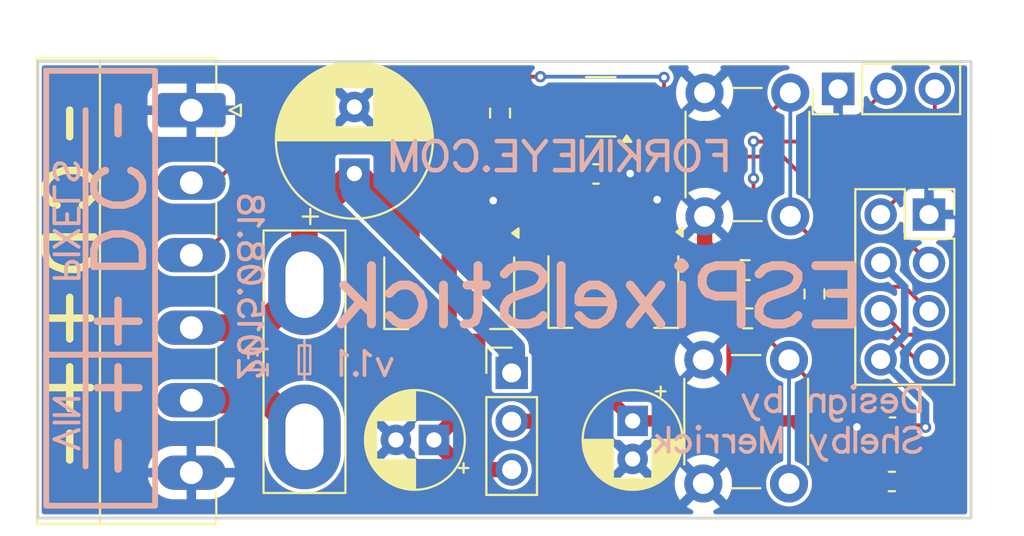
<source format=kicad_pcb>
(kicad_pcb (version 20241229) (generator "pcbnew") (generator_version "9.0")
  (layers (0 "F.Cu" signal) (2 "B.Cu" signal) (13 "F.Paste" user) (15 "B.Paste" user) (5 "F.SilkS" user "F.Silkscreen") (7 "B.SilkS" user "B.Silkscreen") (1 "F.Mask" user) (3 "B.Mask" user) (25 "Edge.Cuts" user))
  (net 0 "")
  (net 1 "GND")
  (net 2 "+3.3V")
  (net 3 "+5V")
  (net 4 "V+")
  (net 5 "/CH_PD")
  (net 6 "/TXD")
  (net 7 "/RXD")
  (net 8 "/RST{slash}")
  (net 9 "/VIN")
  (net 10 "/GPIO0")
  (net 11 "/GPIO2")
  (net 12 "Net-(J1-Pin_2)")
  (net 13 "Net-(J3-Pin_3)")
  (net 14 "Net-(R2-Pad1)")
  (net 15 "/5V")
  (footprint "Resistor_SMD:R_0603_1608Metric" (layer "F.Cu") (at 165.7 96.54 -90)
    (property "Reference" "R3" (hide yes))
    (property "Value" "10K")
  )
  (footprint "Resistor_SMD:R_0603_1608Metric" (layer "F.Cu") (at 162.2 97.82)
    (property "Reference" "R1" (hide yes))
    (property "Value" "10K")
  )
  (footprint "Package_TO_SOT_SMD:SOT-223-3_TabPin2" (layer "F.Cu") (at 155.14 96.41 -90)
    (property "Reference" "U2" (hide yes))
    (property "Value" "NCP1117-3.3_SOT223")
  )
  (footprint "PCM_Fuse_AKL_Double:Fuse_Blade_Mini_directSolder" (layer "F.Cu") (at 138.92 104.05 90)
    (property "Reference" "F1" (hide yes))
    (property "Value" "Fuse" (hide yes))
  )
  (footprint "Capacitor_THT:CP_Radial_D8.0mm_P3.50mm" (layer "F.Cu") (at 141.54 90.21 90)
    (property "Reference" "C1" (hide yes))
    (property "Value" "100uF/25V")
  )
  (footprint "Connector_PinHeader_2.54mm:PinHeader_1x03_P2.54mm_Vertical" (layer "F.Cu") (at 166.94 85.76 90)
    (property "Reference" "J1" (hide yes))
    (property "Value" "Conn_01x03")
  )
  (footprint "Capacitor_SMD:C_0603_1608Metric" (layer "F.Cu") (at 154.23 90.23)
    (property "Reference" "C3" (hide yes))
    (property "Value" "100nF")
  )
  (footprint "Connector_PinSocket_2.54mm:PinSocket_2x04_P2.54mm_Vertical" (layer "F.Cu") (at 171.7142 92.362)
    (property "Reference" "J2" (hide yes))
    (property "Value" "ESP01")
  )
  (footprint "Connector_PinHeader_2.54mm:PinHeader_1x03_P2.54mm_Vertical" (layer "F.Cu") (at 149.8 100.69)
    (property "Reference" "JP1" (hide yes))
    (property "Value" "5V/12V")
  )
  (footprint "Resistor_SMD:R_0603_1608Metric" (layer "F.Cu") (at 149.19 87.03 -90)
    (property "Reference" "R2" (hide yes))
    (property "Value" "10K")
  )
  (footprint "Resistor_SMD:R_0603_1608Metric" (layer "F.Cu") (at 162.0617 95.2856 180)
    (property "Reference" "R4" (hide yes))
    (property "Value" "20K")
  )
  (footprint "Capacitor_SMD:C_0603_1608Metric" (layer "F.Cu") (at 169.8 103.54 180)
    (property "Reference" "C5" (hide yes))
    (property "Value" "10µF")
  )
  (footprint "Connector_Phoenix_MC:PhoenixContact_MC_1,5_6-G-3.81_1x06_P3.81mm_Horizontal" (layer "F.Cu") (at 132.9792 86.8807 -90)
    (property "Reference" "J3" (hide yes))
    (property "Value" "Conn_01x06")
  )
  (footprint "Inductor_SMD:L_0603_1608Metric" (layer "F.Cu") (at 169.7625 106.3955)
    (property "Reference" "L1" (hide yes))
    (property "Value" "BLM21PG221SN1D")
  )
  (footprint "Package_TO_SOT_SMD:SOT-223-3_TabPin2" (layer "F.Cu") (at 146.52 96.47 -90)
    (property "Reference" "U1" (hide yes))
    (property "Value" "NCP1117-5.0_SOT223")
  )
  (footprint "Button_Switch_THT:SW_PUSH_6mm" (layer "F.Cu") (at 159.93 92.46 90)
    (property "Reference" "SW2" (hide yes))
    (property "Value" "PROG")
  )
  (footprint "Capacitor_THT:CP_Radial_D5.0mm_P2.00mm" (layer "F.Cu") (at 156.15 103.21 -90)
    (property "Reference" "C4" (hide yes))
    (property "Value" "100uF/10V")
  )
  (footprint "Capacitor_THT:CP_Radial_D5.0mm_P2.00mm" (layer "F.Cu") (at 145.72 104.21 180)
    (property "Reference" "C2" (hide yes))
    (property "Value" "100uF/10V")
  )
  (footprint "Package_TO_SOT_SMD:SC-74A-5_1.55x2.9mm_P0.95mm" (layer "F.Cu") (at 154.48 86.7 180)
    (property "Reference" "U4" (hide yes))
    (property "Value" "74AHC1G125")
  )
  (footprint "Button_Switch_THT:SW_PUSH_6mm" (layer "F.Cu") (at 159.8634 106.4998 90)
    (property "Reference" "SW1" (hide yes))
    (property "Value" "RESET")
  )
  (gr_rect (start 170.96359 91.61145) (end 172.46473 93.11259) (fill yes) (layer "F.Cu") (net 1))
  (gr_rect (start 149.05609 99.93249) (end 150.55723 101.43363) (fill yes) (layer "F.Cu") (net 4))
  (gr_rect (start 166.10203 84.91093) (end 167.80129 86.61019) (fill yes) (layer "F.Cu") (net 1))
  (gr_rect (start 149.05609 99.93249) (end 150.55723 101.43363) (fill yes) (layer "B.Cu") (net 4))
  (gr_line (start 125.68174 95.00108) (end 125.92558 95.12046) (stroke (width 0.39116)) (layer "F.SilkS"))
  (gr_line (start 127.6858 101.4603) (end 125.49886 101.4603) (stroke (width 0.39116)) (layer "F.SilkS"))
  (gr_line (start 127.7493 90.53322) (end 127.50292 90.29192) (stroke (width 0.39116)) (layer "F.SilkS"))
  (gr_line (start 126.2888 95.24238) (end 126.8984 95.24238) (stroke (width 0.39116)) (layer "F.SilkS"))
  (gr_line (start 127.50292 90.29192) (end 127.26162 90.16746) (stroke (width 0.39116)) (layer "F.SilkS"))
  (gr_line (start 127.26162 90.16746) (end 126.8984 90.04808) (stroke (width 0.39116)) (layer "F.SilkS"))
  (gr_line (start 126.8984 95.24238) (end 127.26162 95.12046) (stroke (width 0.39116)) (layer "F.SilkS"))
  (gr_line (start 127.26162 95.12046) (end 127.50292 95.00108) (stroke (width 0.39116)) (layer "F.SilkS"))
  (gr_line (start 125.92558 90.16746) (end 125.68174 90.29192) (stroke (width 0.39116)) (layer "F.SilkS"))
  (gr_line (start 125.31598 93.54058) (end 125.31598 94.39148) (stroke (width 0.39116)) (layer "F.SilkS"))
  (gr_line (start 125.44044 91.5035) (end 125.68174 91.74988) (stroke (width 0.39116)) (layer "F.SilkS"))
  (gr_line (start 125.31598 91.2622) (end 125.44044 91.5035) (stroke (width 0.39116)) (layer "F.SilkS"))
  (gr_line (start 126.8984 90.04808) (end 126.2888 90.04808) (stroke (width 0.39116)) (layer "F.SilkS"))
  (gr_line (start 127.86868 93.54058) (end 125.31598 93.54058) (stroke (width 0.39116)) (layer "F.SilkS"))
  (gr_line (start 125.31598 94.39148) (end 125.44044 94.75724) (stroke (width 0.39116)) (layer "F.SilkS"))
  (gr_line (start 127.6858 97.80778) (end 125.49886 97.80778) (stroke (width 0.39116)) (layer "F.SilkS"))
  (gr_line (start 125.44044 94.75724) (end 125.68174 95.00108) (stroke (width 0.39116)) (layer "F.SilkS"))
  (gr_line (start 125.31598 90.77706) (end 125.31598 91.2622) (stroke (width 0.39116)) (layer "F.SilkS"))
  (gr_line (start 125.92558 95.12046) (end 126.2888 95.24238) (stroke (width 0.39116)) (layer "F.SilkS"))
  (gr_line (start 127.50292 95.00108) (end 127.7493 94.75724) (stroke (width 0.39116)) (layer "F.SilkS"))
  (gr_line (start 125.68174 91.74988) (end 125.92558 91.86926) (stroke (width 0.39116)) (layer "F.SilkS"))
  (gr_line (start 127.26162 91.86926) (end 127.50292 91.74988) (stroke (width 0.39116)) (layer "F.SilkS"))
  (gr_line (start 126.59106 100.3681) (end 126.59106 102.55504) (stroke (width 0.39116)) (layer "F.SilkS"))
  (gr_line (start 125.68174 90.29192) (end 125.44044 90.53322) (stroke (width 0.39116)) (layer "F.SilkS"))
  (gr_line (start 126.59106 103.8606) (end 126.59106 105.26522) (stroke (width 0.39116)) (layer "F.SilkS"))
  (gr_line (start 125.44044 90.53322) (end 125.31598 90.77706) (stroke (width 0.39116)) (layer "F.SilkS"))
  (gr_line (start 126.59106 86.87308) (end 126.59106 88.27516) (stroke (width 0.39116)) (layer "F.SilkS"))
  (gr_line (start 126.59106 96.71558) (end 126.59106 98.90252) (stroke (width 0.39116)) (layer "F.SilkS"))
  (gr_line (start 127.50292 91.74988) (end 127.7493 91.5035) (stroke (width 0.39116)) (layer "F.SilkS"))
  (gr_line (start 126.2888 90.04808) (end 125.92558 90.16746) (stroke (width 0.39116)) (layer "F.SilkS"))
  (gr_line (start 155.08732 97.23628) (end 154.94254 97.67316) (stroke (width 0.4699)) (layer "B.SilkS"))
  (gr_line (start 169.35704 104.23144) (end 169.35704 104.8385) (stroke (width 0.19558)) (layer "B.SilkS"))
  (gr_line (start 166.69004 102.70744) (end 166.57066 102.58552) (stroke (width 0.19558)) (layer "B.SilkS"))
  (gr_line (start 135.95604 96.86544) (end 135.83666 96.86544) (stroke (width 0.19558)) (layer "B.SilkS"))
  (gr_line (start 136.6266 100.16998) (end 136.50214 100.10902) (stroke (width 0.19558)) (layer "B.SilkS"))
  (gr_line (start 168.38676 102.28326) (end 168.26484 102.34168) (stroke (width 0.19558)) (layer "B.SilkS"))
  (gr_line (start 144.40154 98.11258) (end 143.96466 98.11258) (stroke (width 0.4699)) (layer "B.SilkS"))
  (gr_line (start 136.74598 95.5929) (end 136.68502 95.77578) (stroke (width 0.19558)) (layer "B.SilkS"))
  (gr_line (start 165.54196 103.9876) (end 165.90772 104.8385) (stroke (width 0.19558)) (layer "B.SilkS"))
  (gr_line (start 168.26484 102.34168) (end 168.20388 102.4636) (stroke (width 0.19558)) (layer "B.SilkS"))
  (gr_line (start 161.36874 104.17048) (end 161.24936 104.04856) (stroke (width 0.19558)) (layer "B.SilkS"))
  (gr_line (start 151.0157 89.2302) (end 151.0157 90.0303) (stroke (width 0.23622)) (layer "B.SilkS"))
  (gr_line (start 151.45512 95.48622) (end 151.45512 95.77832) (stroke (width 0.4699)) (layer "B.SilkS"))
  (gr_line (start 126.5174 90.27668) (end 126.39548 89.91092) (stroke (width 0.19558)) (layer "B.SilkS"))
  (gr_line (start 169.93362 102.03942) (end 169.99458 102.2223) (stroke (width 0.19558)) (layer "B.SilkS"))
  (gr_line (start 159.95142 96.35998) (end 159.80664 96.07042) (stroke (width 0.4699)) (layer "B.SilkS"))
  (gr_line (start 163.33724 101.9175) (end 163.21532 102.03942) (stroke (width 0.19558)) (layer "B.SilkS"))
  (gr_line (start 170.81246 101.43236) (end 171.23664 101.43236) (stroke (width 0.19558)) (layer "B.SilkS"))
  (gr_line (start 144.9832 97.67316) (end 144.69364 97.96272) (stroke (width 0.4699)) (layer "B.SilkS"))
  (gr_line (start 170.62958 102.64648) (end 170.50766 102.52456) (stroke (width 0.19558)) (layer "B.SilkS"))
  (gr_line (start 170.50766 101.6127) (end 170.62958 101.49078) (stroke (width 0.19558)) (layer "B.SilkS"))
  (gr_line (start 163.0807 97.96272) (end 163.51758 98.11258) (stroke (width 0.4699)) (layer "B.SilkS"))
  (gr_line (start 136.017 95.95866) (end 135.71474 95.8977) (stroke (width 0.19558)) (layer "B.SilkS"))
  (gr_line (start 169.2656 102.10038) (end 169.32656 101.97846) (stroke (width 0.19558)) (layer "B.SilkS"))
  (gr_line (start 140.98016 96.07042) (end 142.43812 97.52838) (stroke (width 0.4699)) (layer "B.SilkS"))
  (gr_line (start 161.8234 104.23144) (end 161.88436 104.10952) (stroke (width 0.19558)) (layer "B.SilkS"))
  (gr_line (start 136.74598 99.16922) (end 136.74598 99.29114) (stroke (width 0.19558)) (layer "B.SilkS"))
  (gr_line (start 148.3995 89.95918) (end 148.47316 89.88552) (stroke (width 0.23622)) (layer "B.SilkS"))
  (gr_line (start 135.4709 94.1705) (end 135.4709 94.4118) (stroke (width 0.19558)) (layer "B.SilkS"))
  (gr_line (start 154.94254 96.5073) (end 155.08732 96.94672) (stroke (width 0.4699)) (layer "B.SilkS"))
  (gr_line (start 136.3218 91.53398) (end 136.44372 91.47556) (stroke (width 0.19558)) (layer "B.SilkS"))
  (gr_line (start 167.45204 104.17048) (end 167.33012 104.04856) (stroke (width 0.19558)) (layer "B.SilkS"))
  (gr_line (start 147.88896 97.96272) (end 147.59686 98.11258) (stroke (width 0.4699)) (layer "B.SilkS"))
  (gr_line (start 136.19988 91.89974) (end 136.26084 91.6559) (stroke (width 0.19558)) (layer "B.SilkS"))
  (gr_line (start 136.74598 98.1075) (end 135.4709 98.1075) (stroke (width 0.19558)) (layer "B.SilkS"))
  (gr_line (start 162.79114 95.48622) (end 163.0807 95.19412) (stroke (width 0.4699)) (layer "B.SilkS"))
  (gr_line (start 136.74598 95.47352) (end 136.74598 95.5929) (stroke (width 0.19558)) (layer "B.SilkS"))
  (gr_line (start 153.01722 89.2302) (end 152.43302 89.2302) (stroke (width 0.23622)) (layer "B.SilkS"))
  (gr_line (start 165.90772 104.8385) (end 166.0271 105.08234) (stroke (width 0.19558)) (layer "B.SilkS"))
  (gr_line (start 163.6395 101.85654) (end 163.45662 101.85654) (stroke (width 0.19558)) (layer "B.SilkS"))
  (gr_line (start 164.68344 96.07042) (end 164.53866 96.2152) (stroke (width 0.4699)) (layer "B.SilkS"))
  (gr_line (start 135.53186 93.35262) (end 135.59282 93.41358) (stroke (width 0.19558)) (layer "B.SilkS"))
  (gr_line (start 168.26484 102.64648) (end 168.44772 102.70744) (stroke (width 0.19558)) (layer "B.SilkS"))
  (gr_line (start 127.0635 104.65816) (end 125.78588 104.17302) (stroke (width 0.19558)) (layer "B.SilkS"))
  (gr_line (start 127.42418 86.87308) (end 127.42418 105.60558) (stroke (width 0.3048)) (layer "B.SilkS"))
  (gr_line (start 154.9781 88.50122) (end 154.9781 90.0303) (stroke (width 0.23622)) (layer "B.SilkS"))
  (gr_line (start 136.74598 94.4118) (end 136.68502 94.59468) (stroke (width 0.19558)) (layer "B.SilkS"))
  (gr_line (start 154.35834 98.11258) (end 153.92146 98.11258) (stroke (width 0.4699)) (layer "B.SilkS"))
  (gr_line (start 136.13892 94.53372) (end 136.19988 94.35338) (stroke (width 0.19558)) (layer "B.SilkS"))
  (gr_line (start 136.26084 97.04832) (end 136.13892 96.9264) (stroke (width 0.19558)) (layer "B.SilkS"))
  (gr_line (start 144.69364 97.96272) (end 144.40154 98.11258) (stroke (width 0.4699)) (layer "B.SilkS"))
  (gr_line (start 136.19988 99.6569) (end 136.017 99.6569) (stroke (width 0.19558)) (layer "B.SilkS"))
  (gr_line (start 159.15894 104.35336) (end 159.15894 104.47528) (stroke (width 0.19558)) (layer "B.SilkS"))
  (gr_line (start 129.80416 90.04808) (end 130.04546 90.16746) (stroke (width 0.39116)) (layer "B.SilkS"))
  (gr_line (start 136.68502 100.23094) (end 136.6266 100.16998) (stroke (width 0.19558)) (layer "B.SilkS"))
  (gr_line (start 162.79114 97.67316) (end 163.0807 97.96272) (stroke (width 0.4699)) (layer "B.SilkS"))
  (gr_line (start 147.0533 89.95664) (end 146.90852 89.81186) (stroke (width 0.23622)) (layer "B.SilkS"))
  (gr_line (start 168.69156 102.2223) (end 168.38676 102.28326) (stroke (width 0.19558)) (layer "B.SilkS"))
  (gr_line (start 149.55774 96.94672) (end 149.41296 97.23628) (stroke (width 0.4699)) (layer "B.SilkS"))
  (gr_line (start 136.19988 98.806) (end 136.50214 98.86696) (stroke (width 0.19558)) (layer "B.SilkS"))
  (gr_line (start 130.2258 101.46284) (end 128.03886 101.46284) (stroke (width 0.39116)) (layer "B.SilkS"))
  (gr_line (start 166.17696 102.10038) (end 165.99662 101.9175) (stroke (width 0.19558)) (layer "B.SilkS"))
  (gr_line (start 141.61516 100.80244) (end 141.5542 100.74148) (stroke (width 0.19558)) (layer "B.SilkS"))
  (gr_line (start 136.44372 100.838) (end 136.50214 100.838) (stroke (width 0.19558)) (layer "B.SilkS"))
  (gr_line (start 166.69004 103.13162) (end 166.81196 103.19258) (stroke (width 0.19558)) (layer "B.SilkS"))
  (gr_line (start 135.53186 96.47428) (end 135.4709 96.41332) (stroke (width 0.19558)) (layer "B.SilkS"))
  (gr_line (start 158.57728 88.71966) (end 158.7246 88.57234) (stroke (width 0.23622)) (layer "B.SilkS"))
  (gr_line (start 170.0276 103.56342) (end 170.0276 104.8385) (stroke (width 0.19558)) (layer "B.SilkS"))
  (gr_line (start 142.06982 99.52736) (end 142.06982 100.80244) (stroke (width 0.19558)) (layer "B.SilkS"))
  (gr_line (start 126.63678 94.84868) (end 126.81966 94.84868) (stroke (width 0.19558)) (layer "B.SilkS"))
  (gr_line (start 159.95142 95.34144) (end 160.10128 95.19412) (stroke (width 0.4699)) (layer "B.SilkS"))
  (gr_line (start 167.29964 102.40518) (end 167.23868 102.58552) (stroke (width 0.19558)) (layer "B.SilkS"))
  (gr_line (start 136.26084 92.02166) (end 136.19988 91.77782) (stroke (width 0.19558)) (layer "B.SilkS"))
  (gr_line (start 163.45662 101.85654) (end 163.33724 101.9175) (stroke (width 0.19558)) (layer "B.SilkS"))
  (gr_line (start 136.74598 100.59416) (end 136.74598 100.35032) (stroke (width 0.19558)) (layer "B.SilkS"))
  (gr_line (start 153.01722 88.50122) (end 153.01722 90.0303) (stroke (width 0.23622)) (layer "B.SilkS"))
  (gr_line (start 128.46558 91.74988) (end 128.22174 91.62542) (stroke (width 0.39116)) (layer "B.SilkS"))
  (gr_line (start 171.02582 104.10952) (end 170.6626 104.23144) (stroke (width 0.19558)) (layer "B.SilkS"))
  (gr_line (start 170.38574 101.9175) (end 170.4467 101.73462) (stroke (width 0.19558)) (layer "B.SilkS"))
  (gr_line (start 164.53866 95.19412) (end 164.83076 95.48622) (stroke (width 0.4699)) (layer "B.SilkS"))
  (gr_line (start 163.0807 96.79686) (end 162.93592 96.94672) (stroke (width 0.4699)) (layer "B.SilkS"))
  (gr_line (start 135.4709 91.71686) (end 135.4709 91.9607) (stroke (width 0.19558)) (layer "B.SilkS"))
  (gr_line (start 169.68978 102.70744) (end 169.50944 102.70744) (stroke (width 0.19558)) (layer "B.SilkS"))
  (gr_line (start 135.4709 99.16922) (end 135.53186 98.98634) (stroke (width 0.19558)) (layer "B.SilkS"))
  (gr_line (start 145.1991 89.08288) (end 145.27022 88.86444) (stroke (width 0.23622)) (layer "B.SilkS"))
  (gr_line (start 145.1991 89.44864) (end 145.1991 89.08288) (stroke (width 0.23622)) (layer "B.SilkS"))
  (gr_line (start 159.45104 88.71966) (end 159.5247 88.86444) (stroke (width 0.23622)) (layer "B.SilkS"))
  (gr_line (start 166.99484 102.7684) (end 166.81196 102.7684) (stroke (width 0.19558)) (layer "B.SilkS"))
  (gr_line (start 127.0635 102.05212) (end 125.78588 102.05212) (stroke (width 0.19558)) (layer "B.SilkS"))
  (gr_line (start 145.27022 88.86444) (end 145.34388 88.71966) (stroke (width 0.23622)) (layer "B.SilkS"))
  (gr_line (start 145.13052 97.23628) (end 144.9832 97.67316) (stroke (width 0.4699)) (layer "B.SilkS"))
  (gr_line (start 158.4325 89.44864) (end 158.4325 89.08288) (stroke (width 0.23622)) (layer "B.SilkS"))
  (gr_line (start 130.04546 91.62542) (end 129.80416 91.74988) (stroke (width 0.39116)) (layer "B.SilkS"))
  (gr_line (start 155.08732 96.94672) (end 155.08732 97.23628) (stroke (width 0.4699)) (layer "B.SilkS"))
  (gr_line (start 148.47316 90.0303) (end 148.3995 89.95918) (stroke (width 0.23622)) (layer "B.SilkS"))
  (gr_line (start 127.85598 95.08236) (end 127.85598 94.23146) (stroke (width 0.39116)) (layer "B.SilkS"))
  (gr_line (start 127.0635 92.03182) (end 127.0635 92.81922) (stroke (width 0.19558)) (layer "B.SilkS"))
  (gr_line (start 126.39548 89.91092) (end 126.33452 89.789) (stroke (width 0.19558)) (layer "B.SilkS"))
  (gr_line (start 170.81246 102.70744) (end 170.62958 102.64648) (stroke (width 0.19558)) (layer "B.SilkS"))
  (gr_line (start 135.53186 97.04832) (end 135.4709 97.2312) (stroke (width 0.19558)) (layer "B.SilkS"))
  (gr_line (start 135.4709 91.9607) (end 135.53186 92.14104) (stroke (width 0.19558)) (layer "B.SilkS"))
  (gr_line (start 135.53186 91.53398) (end 135.4709 91.71686) (stroke (width 0.19558)) (layer "B.SilkS"))
  (gr_line (start 136.19988 95.95866) (end 136.017 95.95866) (stroke (width 0.19558)) (layer "B.SilkS"))
  (gr_line (start 159.80664 96.07042) (end 159.80664 95.631) (stroke (width 0.4699)) (layer "B.SilkS"))
  (gr_line (start 146.36496 89.44864) (end 146.2913 89.66454) (stroke (width 0.23622)) (layer "B.SilkS"))
  (gr_line (start 135.71474 91.4146) (end 135.59282 91.47556) (stroke (width 0.19558)) (layer "B.SilkS"))
  (gr_line (start 129.13106 99.06254) (end 129.13106 96.8756) (stroke (width 0.39116)) (layer "B.SilkS"))
  (gr_line (start 160.55086 103.9876) (end 160.55086 104.8385) (stroke (width 0.19558)) (layer "B.SilkS"))
  (gr_line (start 136.50214 95.17126) (end 135.71474 95.8977) (stroke (width 0.19558)) (layer "B.SilkS"))
  (gr_line (start 141.61516 100.68052) (end 141.67612 100.74148) (stroke (width 0.19558)) (layer "B.SilkS"))
  (gr_line (start 135.53186 95.29064) (end 135.71474 95.17126) (stroke (width 0.19558)) (layer "B.SilkS"))
  (gr_line (start 166.99484 101.9175) (end 167.11676 101.97846) (stroke (width 0.19558)) (layer "B.SilkS"))
  (gr_line (start 126.63678 90.45702) (end 126.57582 90.39606) (stroke (width 0.19558)) (layer "B.SilkS"))
  (gr_line (start 167.84574 103.56342) (end 167.84574 104.8385) (stroke (width 0.19558)) (layer "B.SilkS"))
  (gr_line (start 136.68502 99.47402) (end 136.50214 99.59594) (stroke (width 0.19558)) (layer "B.SilkS"))
  (gr_line (start 170.72102 103.56342) (end 170.96486 103.56342) (stroke (width 0.19558)) (layer "B.SilkS"))
  (gr_line (start 136.50214 100.838) (end 136.6266 100.77704) (stroke (width 0.19558)) (layer "B.SilkS"))
  (gr_line (start 147.49018 88.50122) (end 147.6375 88.57234) (stroke (width 0.23622)) (layer "B.SilkS"))
  (gr_line (start 169.32656 101.97846) (end 169.38498 101.9175) (stroke (width 0.19558)) (layer "B.SilkS"))
  (gr_line (start 165.5699 101.9175) (end 165.50894 102.10038) (stroke (width 0.19558)) (layer "B.SilkS"))
  (gr_line (start 163.88334 101.43236) (end 163.88334 102.70744) (stroke (width 0.19558)) (layer "B.SilkS"))
  (gr_line (start 136.56564 93.92666) (end 136.68502 93.98762) (stroke (width 0.19558)) (layer "B.SilkS"))
  (gr_line (start 159.61106 103.9876) (end 159.61106 104.8385) (stroke (width 0.19558)) (layer "B.SilkS"))
  (gr_line (start 136.56564 91.47556) (end 136.68502 91.53398) (stroke (width 0.19558)) (layer "B.SilkS"))
  (gr_line (start 169.99458 102.2223) (end 169.99458 102.34168) (stroke (width 0.19558)) (layer "B.SilkS"))
  (gr_line (start 160.24606 103.9876) (end 160.06572 103.9876) (stroke (width 0.19558)) (layer "B.SilkS"))
  (gr_line (start 136.74598 97.59442) (end 136.19988 97.65538) (stroke (width 0.19558)) (layer "B.SilkS"))
  (gr_line (start 170.50766 102.52456) (end 170.4467 102.40264) (stroke (width 0.19558)) (layer "B.SilkS"))
  (gr_line (start 167.75176 101.49078) (end 167.6908 101.43236) (stroke (width 0.19558)) (layer "B.SilkS"))
  (gr_line (start 127.00254 89.789) (end 127.0635 89.97188) (stroke (width 0.19558)) (layer "B.SilkS"))
  (gr_line (start 135.53186 96.35236) (end 135.59282 96.41332) (stroke (width 0.19558)) (layer "B.SilkS"))
  (gr_line (start 147.19808 90.0303) (end 147.0533 89.95664) (stroke (width 0.23622)) (layer "B.SilkS"))
  (gr_line (start 136.50214 95.8977) (end 136.19988 95.95866) (stroke (width 0.19558)) (layer "B.SilkS"))
  (gr_line (start 167.29964 102.28326) (end 167.29964 102.40518) (stroke (width 0.19558)) (layer "B.SilkS"))
  (gr_line (start 159.15894 90.0303) (end 158.86938 90.0303) (stroke (width 0.23622)) (layer "B.SilkS"))
  (gr_line (start 154.5082 88.50122) (end 154.5082 90.0303) (stroke (width 0.23622)) (layer "B.SilkS"))
  (gr_line (start 168.2369 104.35336) (end 168.2369 104.23144) (stroke (width 0.19558)) (layer "B.SilkS"))
  (gr_line (start 146.36496 89.08288) (end 146.36496 89.44864) (stroke (width 0.23622)) (layer "B.SilkS"))
  (gr_line (start 125.78588 102.05212) (end 127.0635 102.90302) (stroke (width 0.19558)) (layer "B.SilkS"))
  (gr_line (start 171.14774 103.62438) (end 171.26966 103.7463) (stroke (width 0.19558)) (layer "B.SilkS"))
  (gr_line (start 136.26084 91.6559) (end 136.3218 91.53398) (stroke (width 0.19558)) (layer "B.SilkS"))
  (gr_line (start 158.57728 89.81186) (end 158.50362 89.66454) (stroke (width 0.23622)) (layer "B.SilkS"))
  (gr_line (start 147.85594 89.66454) (end 147.78228 89.81186) (stroke (width 0.23622)) (layer "B.SilkS"))
  (gr_line (start 158.97606 104.77754) (end 158.85414 104.8385) (stroke (width 0.19558)) (layer "B.SilkS"))
  (gr_line (start 168.783 104.04856) (end 168.90492 104.17048) (stroke (width 0.19558)) (layer "B.SilkS"))
  (gr_line (start 153.62682 97.96272) (end 153.33726 97.67316) (stroke (width 0.4699)) (layer "B.SilkS"))
  (gr_line (start 147.9296 89.08288) (end 147.9296 89.44864) (stroke (width 0.23622)) (layer "B.SilkS"))
  (gr_line (start 153.48204 96.35998) (end 153.62682 96.2152) (stroke (width 0.4699)) (layer "B.SilkS"))
  (gr_line (start 164.83076 95.77832) (end 164.68344 96.07042) (stroke (width 0.4699)) (layer "B.SilkS"))
  (gr_line (start 170.0276 104.23144) (end 169.84472 104.04856) (stroke (width 0.19558)) (layer "B.SilkS"))
  (gr_line (start 159.30626 89.95664) (end 159.15894 90.0303) (stroke (width 0.23622)) (layer "B.SilkS"))
  (gr_line (start 145.63598 88.50122) (end 145.92554 88.50122) (stroke (width 0.23622)) (layer "B.SilkS"))
  (gr_line (start 136.68502 95.77578) (end 136.50214 95.8977) (stroke (width 0.19558)) (layer "B.SilkS"))
  (gr_line (start 135.89762 91.4146) (end 135.71474 91.4146) (stroke (width 0.19558)) (layer "B.SilkS"))
  (gr_line (start 153.92146 98.11258) (end 153.62682 97.96272) (stroke (width 0.4699)) (layer "B.SilkS"))
  (gr_line (start 136.13892 96.9264) (end 135.95604 96.86544) (stroke (width 0.19558)) (layer "B.SilkS"))
  (gr_line (start 135.59282 97.65538) (end 135.71474 97.71634) (stroke (width 0.19558)) (layer "B.SilkS"))
  (gr_line (start 127.0635 95.69704) (end 125.78588 95.69704) (stroke (width 0.19558)) (layer "B.SilkS"))
  (gr_line (start 136.13892 92.08008) (end 136.19988 91.89974) (stroke (width 0.19558)) (layer "B.SilkS"))
  (gr_line (start 129.13106 88.11768) (end 129.13106 86.71306) (stroke (width 0.39116)) (layer "B.SilkS"))
  (gr_line (start 135.53186 95.77578) (end 135.4709 95.5929) (stroke (width 0.19558)) (layer "B.SilkS"))
  (gr_line (start 166.90594 104.04856) (end 166.78402 104.17048) (stroke (width 0.19558)) (layer "B.SilkS"))
  (gr_line (start 167.75176 101.85654) (end 167.75176 102.70744) (stroke (width 0.19558)) (layer "B.SilkS"))
  (gr_line (start 144.69364 96.2152) (end 144.9832 96.5073) (stroke (width 0.4699)) (layer "B.SilkS"))
  (gr_line (start 166.14902 105.20426) (end 166.27094 105.26522) (stroke (width 0.19558)) (layer "B.SilkS"))
  (gr_line (start 148.03374 95.04934) (end 148.03374 97.52838) (stroke (width 0.4699)) (layer "B.SilkS"))
  (gr_line (start 136.50214 100.10902) (end 136.38276 100.10902) (stroke (width 0.19558)) (layer "B.SilkS"))
  (gr_line (start 147.78228 89.81186) (end 147.6375 89.95664) (stroke (width 0.23622)) (layer "B.SilkS"))
  (gr_line (start 160.10128 95.19412) (end 160.53562 95.04934) (stroke (width 0.4699)) (layer "B.SilkS"))
  (gr_line (start 143.96466 98.11258) (end 143.67256 97.96272) (stroke (width 0.4699)) (layer "B.SilkS"))
  (gr_line (start 166.81196 101.9175) (end 166.99484 101.9175) (stroke (width 0.19558)) (layer "B.SilkS"))
  (gr_line (start 136.44372 93.92666) (end 136.56564 93.92666) (stroke (width 0.19558)) (layer "B.SilkS"))
  (gr_line (start 151.16302 97.96272) (end 151.45512 97.67316) (stroke (width 0.4699)) (layer "B.SilkS"))
  (gr_line (start 163.51758 95.04934) (end 164.10178 95.04934) (stroke (width 0.4699)) (layer "B.SilkS"))
  (gr_line (start 166.78402 104.65562) (end 166.90594 104.77754) (stroke (width 0.19558)) (layer "B.SilkS"))
  (gr_line (start 170.47972 104.35336) (end 170.41876 104.47528) (stroke (width 0.19558)) (layer "B.SilkS"))
  (gr_line (start 162.6997 101.85654) (end 162.33648 102.70744) (stroke (width 0.19558)) (layer "B.SilkS"))
  (gr_line (start 169.99458 102.34168) (end 169.93362 102.52456) (stroke (width 0.19558)) (layer "B.SilkS"))
  (gr_line (start 163.15436 102.2223) (end 163.15436 102.34168) (stroke (width 0.19558)) (layer "B.SilkS"))
  (gr_line (start 159.61106 103.50246) (end 159.67202 103.56342) (stroke (width 0.19558)) (layer "B.SilkS"))
  (gr_line (start 166.99484 103.19258) (end 167.11676 103.13162) (stroke (width 0.19558)) (layer "B.SilkS"))
  (gr_line (start 163.21532 102.52456) (end 163.33724 102.64648) (stroke (width 0.19558)) (layer "B.SilkS"))
  (gr_line (start 170.4467 102.40264) (end 170.38574 102.2223) (stroke (width 0.19558)) (layer "B.SilkS"))
  (gr_line (start 136.50214 98.4123) (end 136.56564 98.29038) (stroke (width 0.19558)) (layer "B.SilkS"))
  (gr_line (start 142.43812 95.04934) (end 142.43812 98.11258) (stroke (width 0.4699)) (layer "B.SilkS"))
  (gr_line (start 170.96486 103.56342) (end 171.14774 103.62438) (stroke (width 0.19558)) (layer "B.SilkS"))
  (gr_line (start 159.5501 103.56342) (end 159.61106 103.50246) (stroke (width 0.19558)) (layer "B.SilkS"))
  (gr_line (start 167.11676 102.70744) (end 166.99484 102.7684) (stroke (width 0.19558)) (layer "B.SilkS"))
  (gr_line (start 135.4709 93.41358) (end 135.53186 93.35262) (stroke (width 0.19558)) (layer "B.SilkS"))
  (gr_line (start 142.37462 99.7712) (end 142.25016 99.7077) (stroke (width 0.19558)) (layer "B.SilkS"))
  (gr_line (start 158.03626 103.56342) (end 158.03626 104.8385) (stroke (width 0.19558)) (layer "B.SilkS"))
  (gr_line (start 166.0271 105.08234) (end 166.14902 105.20426) (stroke (width 0.19558)) (layer "B.SilkS"))
  (gr_line (start 126.94158 94.9071) (end 127.00254 94.9706) (stroke (width 0.19558)) (layer "B.SilkS"))
  (gr_line (start 162.4584 102.95128) (end 162.58032 103.0732) (stroke (width 0.19558)) (layer "B.SilkS"))
  (gr_line (start 163.91636 103.56342) (end 163.91636 104.8385) (stroke (width 0.19558)) (layer "B.SilkS"))
  (gr_line (start 126.39548 95.69704) (end 126.39548 95.15094) (stroke (width 0.19558)) (layer "B.SilkS"))
  (gr_line (start 158.54934 104.04856) (end 158.67126 103.9876) (stroke (width 0.19558)) (layer "B.SilkS"))
  (gr_line (start 159.59836 89.44864) (end 159.5247 89.66454) (stroke (width 0.23622)) (layer "B.SilkS"))
  (gr_line (start 161.94278 104.77754) (end 161.8234 104.65562) (stroke (width 0.19558)) (layer "B.SilkS"))
  (gr_line (start 127.0635 103.29418) (end 125.78588 103.29418) (stroke (width 0.19558)) (layer "B.SilkS"))
  (gr_line (start 170.41876 103.7463) (end 170.53814 103.62438) (stroke (width 0.19558)) (layer "B.SilkS"))
  (gr_line (start 135.89762 93.8657) (end 135.71474 93.8657) (stroke (width 0.19558)) (layer "B.SilkS"))
  (gr_line (start 159.15894 88.50122) (end 159.30626 88.57234) (stroke (width 0.23622)) (layer "B.SilkS"))
  (gr_line (start 129.4384 93.38056) (end 129.80416 93.50248) (stroke (width 0.39116)) (layer "B.SilkS"))
  (gr_line (start 143.49476 99.95154) (end 143.129 100.80244) (stroke (width 0.19558)) (layer "B.SilkS"))
  (gr_line (start 149.41296 97.67316) (end 149.70252 97.96272) (stroke (width 0.4699)) (layer "B.SilkS"))
  (gr_line (start 170.6626 104.23144) (end 170.53814 104.2924) (stroke (width 0.19558)) (layer "B.SilkS"))
  (gr_line (start 127.0635 93.21292) (end 125.78588 94.06382) (stroke (width 0.19558)) (layer "B.SilkS"))
  (gr_rect (start 125.35916 99.7331) (end 131.07416 107.6706) (stroke (width 0.3048)) (fill no) (layer "B.SilkS"))
  (gr_line (start 159.45104 89.81186) (end 159.30626 89.95664) (stroke (width 0.23622)) (layer "B.SilkS"))
  (gr_line (start 167.23868 102.58552) (end 167.11676 102.70744) (stroke (width 0.19558)) (layer "B.SilkS"))
  (gr_line (start 160.55086 104.35336) (end 160.4899 104.17048) (stroke (width 0.19558)) (layer "B.SilkS"))
  (gr_line (start 166.81196 102.7684) (end 166.69004 102.70744) (stroke (width 0.19558)) (layer "B.SilkS"))
  (gr_line (start 164.10178 95.04934) (end 164.53866 95.19412) (stroke (width 0.4699)) (layer "B.SilkS"))
  (gr_line (start 170.41876 104.65562) (end 170.53814 104.77754) (stroke (width 0.19558)) (layer "B.SilkS"))
  (gr_line (start 165.7731 95.04934) (end 167.6654 95.04934) (stroke (width 0.4699)) (layer "B.SilkS"))
  (gr_line (start 127.0635 102.90302) (end 125.78588 102.90302) (stroke (width 0.19558)) (layer "B.SilkS"))
  (gr_line (start 168.20388 102.4636) (end 168.20388 102.52456) (stroke (width 0.19558)) (layer "B.SilkS"))
  (gr_line (start 158.97606 104.04856) (end 159.09544 104.17048) (stroke (width 0.19558)) (layer "B.SilkS"))
  (gr_line (start 162.49142 104.65562) (end 162.3695 104.77754) (stroke (width 0.19558)) (layer "B.SilkS"))
  (gr_line (start 155.45054 88.50122) (end 156.47162 89.51976) (stroke (width 0.23622)) (layer "B.SilkS"))
  (gr_line (start 149.99716 96.65208) (end 149.70252 96.79686) (stroke (width 0.4699)) (layer "B.SilkS"))
  (gr_line (start 159.15894 104.47528) (end 159.09544 104.65562) (stroke (width 0.19558)) (layer "B.SilkS"))
  (gr_line (start 151.45512 95.77832) (end 151.3078 96.07042) (stroke (width 0.4699)) (layer "B.SilkS"))
  (gr_line (start 161.43224 104.35336) (end 161.36874 104.17048) (stroke (width 0.19558)) (layer "B.SilkS"))
  (gr_line (start 136.19988 94.23146) (end 136.13892 94.04858) (stroke (width 0.19558)) (layer "B.SilkS"))
  (gr_line (start 162.06724 103.9876) (end 162.24758 103.9876) (stroke (width 0.19558)) (layer "B.SilkS"))
  (gr_line (start 127.85598 94.23146) (end 127.98044 93.86824) (stroke (width 0.39116)) (layer "B.SilkS"))
  (gr_line (start 126.88062 89.66708) (end 127.00254 89.789) (stroke (width 0.19558)) (layer "B.SilkS"))
  (gr_line (start 135.4709 94.4118) (end 135.53186 94.59468) (stroke (width 0.19558)) (layer "B.SilkS"))
  (gr_line (start 167.6654 96.5073) (end 166.49954 96.5073) (stroke (width 0.4699)) (layer "B.SilkS"))
  (gr_line (start 162.24758 104.8385) (end 162.06724 104.8385) (stroke (width 0.19558)) (layer "B.SilkS"))
  (gr_line (start 147.6375 88.57234) (end 147.78228 88.71966) (stroke (width 0.23622)) (layer "B.SilkS"))
  (gr_line (start 136.017 98.806) (end 136.19988 98.806) (stroke (width 0.19558)) (layer "B.SilkS"))
  (gr_line (start 169.84472 104.04856) (end 169.7228 103.9876) (stroke (width 0.19558)) (layer "B.SilkS"))
  (gr_line (start 158.86938 90.0303) (end 158.7246 89.95664) (stroke (width 0.23622)) (layer "B.SilkS"))
  (gr_line (start 158.67126 103.9876) (end 158.85414 103.9876) (stroke (width 0.19558)) (layer "B.SilkS"))
  (gr_line (start 163.33724 102.64648) (end 163.45662 102.70744) (stroke (width 0.19558)) (layer "B.SilkS"))
  (gr_line (start 136.56564 92.202) (end 136.44372 92.202) (stroke (width 0.19558)) (layer "B.SilkS"))
  (gr_line (start 143.38046 96.5073) (end 143.67256 96.2152) (stroke (width 0.4699)) (layer "B.SilkS"))
  (gr_line (start 170.96486 104.8385) (end 171.14774 104.77754) (stroke (width 0.19558)) (layer "B.SilkS"))
  (gr_line (start 129.4384 91.86926) (end 128.8288 91.86926) (stroke (width 0.39116)) (layer "B.SilkS"))
  (gr_line (start 161.8488 95.04934) (end 161.8488 98.11258) (stroke (width 0.4699)) (layer "B.SilkS"))
  (gr_line (start 136.56564 94.65564) (end 136.44372 94.65564) (stroke (width 0.19558)) (layer "B.SilkS"))
  (gr_line (start 160.37052 104.04856) (end 160.24606 103.9876) (stroke (width 0.19558)) (layer "B.SilkS"))
  (gr_line (start 149.96414 90.0303) (end 149.01672 90.0303) (stroke (width 0.23622)) (layer "B.SilkS"))
  (gr_line (start 169.38498 102.64648) (end 169.2656 102.52456) (stroke (width 0.19558)) (layer "B.SilkS"))
  (gr_line (start 146.22018 96.07042) (end 146.22018 98.11258) (stroke (width 0.4699)) (layer "B.SilkS"))
  (gr_line (start 166.27094 103.9876) (end 165.90772 104.8385) (stroke (width 0.19558)) (layer "B.SilkS"))
  (gr_line (start 135.71474 95.8977) (end 135.53186 95.77578) (stroke (width 0.19558)) (layer "B.SilkS"))
  (gr_line (start 166.57066 101.9175) (end 166.57066 102.89032) (stroke (width 0.19558)) (layer "B.SilkS"))
  (gr_line (start 157.30728 88.50122) (end 157.9626 88.50122) (stroke (width 0.23622)) (layer "B.SilkS"))
  (gr_line (start 168.44772 102.70744) (end 168.6306 102.70744) (stroke (width 0.19558)) (layer "B.SilkS"))
  (gr_line (start 146.90852 89.81186) (end 146.83486 89.66454) (stroke (width 0.23622)) (layer "B.SilkS"))
  (gr_line (start 135.4709 97.41154) (end 135.53186 97.59442) (stroke (width 0.19558)) (layer "B.SilkS"))
  (gr_line (start 135.53186 99.47402) (end 135.4709 99.29114) (stroke (width 0.19558)) (layer "B.SilkS"))
  (gr_line (start 126.39548 95.15094) (end 126.4539 94.9706) (stroke (width 0.19558)) (layer "B.SilkS"))
  (gr_line (start 154.6479 96.2152) (end 154.94254 96.5073) (stroke (width 0.4699)) (layer "B.SilkS"))
  (gr_line (start 136.3218 93.98762) (end 136.44372 93.92666) (stroke (width 0.19558)) (layer "B.SilkS"))
  (gr_line (start 126.4539 92.81922) (end 126.4539 92.33408) (stroke (width 0.19558)) (layer "B.SilkS"))
  (gr_line (start 128.22174 91.62542) (end 127.98044 91.38412) (stroke (width 0.39116)) (layer "B.SilkS"))
  (gr_line (start 166.63162 103.07066) (end 166.69004 103.13162) (stroke (width 0.19558)) (layer "B.SilkS"))
  (gr_line (start 156.10586 89.15654) (end 155.45054 90.0303) (stroke (width 0.23622)) (layer "B.SilkS"))
  (gr_line (start 136.017 94.65564) (end 136.13892 94.53372) (stroke (width 0.19558)) (layer "B.SilkS"))
  (gr_line (start 141.16304 99.7712) (end 141.04112 99.7077) (stroke (width 0.19558)) (layer "B.SilkS"))
  (gr_line (start 157.79242 104.35336) (end 157.36824 104.8385) (stroke (width 0.19558)) (layer "B.SilkS"))
  (gr_line (start 168.2369 104.23144) (end 168.29786 104.10952) (stroke (width 0.19558)) (layer "B.SilkS"))
  (gr_line (start 127.85598 91.14028) (end 127.85598 90.65514) (stroke (width 0.39116)) (layer "B.SilkS"))
  (gr_line (start 127.98044 90.4113) (end 128.22174 90.16746) (stroke (width 0.39116)) (layer "B.SilkS"))
  (gr_line (start 157.0863 89.15654) (end 157.01264 89.08288) (stroke (width 0.23622)) (layer "B.SilkS"))
  (gr_line (start 159.09544 104.65562) (end 158.97606 104.77754) (stroke (width 0.19558)) (layer "B.SilkS"))
  (gr_line (start 150.14194 95.04934) (end 150.7236 95.04934) (stroke (width 0.4699)) (layer "B.SilkS"))
  (gr_line (start 163.45662 102.70744) (end 163.6395 102.70744) (stroke (width 0.19558)) (layer "B.SilkS"))
  (gr_line (start 135.59282 94.65564) (end 135.71474 94.7166) (stroke (width 0.19558)) (layer "B.SilkS"))
  (gr_line (start 136.6266 100.77704) (end 136.68502 100.71608) (stroke (width 0.19558)) (layer "B.SilkS"))
  (gr_line (start 169.53992 103.9876) (end 169.418 104.04856) (stroke (width 0.19558)) (layer "B.SilkS"))
  (gr_line (start 157.9626 88.50122) (end 157.9626 90.0303) (stroke (width 0.23622)) (layer "B.SilkS"))
  (gr_line (start 127.0635 92.81922) (end 125.78588 92.81922) (stroke (width 0.19558)) (layer "B.SilkS"))
  (gr_line (start 135.4709 99.29114) (end 135.4709 99.16922) (stroke (width 0.19558)) (layer "B.SilkS"))
  (gr_line (start 136.50214 99.59594) (end 136.19988 99.6569) (stroke (width 0.19558)) (layer "B.SilkS"))
  (gr_line (start 157.30728 89.2302) (end 157.0863 89.15654) (stroke (width 0.23622)) (layer "B.SilkS"))
  (gr_line (start 162.55238 104.47528) (end 162.49142 104.65562) (stroke (width 0.19558)) (layer "B.SilkS"))
  (gr_line (start 127.0635 91.63812) (end 125.78588 91.63812) (stroke (width 0.19558)) (layer "B.SilkS"))
  (gr_line (start 146.2913 89.66454) (end 146.21764 89.81186) (stroke (width 0.23622)) (layer "B.SilkS"))
  (gr_line (start 136.3218 97.2312) (end 136.26084 97.04832) (stroke (width 0.19558)) (layer "B.SilkS"))
  (gr_line (start 163.15436 102.34168) (end 163.21532 102.52456) (stroke (width 0.19558)) (layer "B.SilkS"))
  (gr_line (start 136.017 99.6569) (end 135.71474 99.59594) (stroke (width 0.19558)) (layer "B.SilkS"))
  (gr_line (start 146.83486 88.86444) (end 146.90852 88.71966) (stroke (width 0.23622)) (layer "B.SilkS"))
  (gr_line (start 157.45206 89.2302) (end 156.94152 90.0303) (stroke (width 0.23622)) (layer "B.SilkS"))
  (gr_line (start 171.2087 103.9876) (end 171.14774 104.04856) (stroke (width 0.19558)) (layer "B.SilkS"))
  (gr_line (start 159.61106 103.62438) (end 159.5501 103.56342) (stroke (width 0.19558)) (layer "B.SilkS"))
  (gr_line (start 162.06724 104.8385) (end 161.94278 104.77754) (stroke (width 0.19558)) (layer "B.SilkS"))
  (gr_line (start 127.00254 90.39606) (end 126.88062 90.51798) (stroke (width 0.19558)) (layer "B.SilkS"))
  (gr_line (start 147.9296 89.44864) (end 147.85594 89.66454) (stroke (width 0.23622)) (layer "B.SilkS"))
  (gr_line (start 170.53814 103.62438) (end 170.72102 103.56342) (stroke (width 0.19558)) (layer "B.SilkS"))
  (gr_line (start 136.44372 92.202) (end 136.3218 92.14104) (stroke (width 0.19558)) (layer "B.SilkS"))
  (gr_line (start 158.5722 95.04934) (end 158.72206 94.90202) (stroke (width 0.4699)) (layer "B.SilkS"))
  (gr_line (start 169.99458 102.2223) (end 169.2656 102.2223) (stroke (width 0.19558)) (layer "B.SilkS"))
  (gr_line (start 154.94254 97.67316) (end 154.6479 97.96272) (stroke (width 0.4699)) (layer "B.SilkS"))
  (gr_line (start 167.33012 104.04856) (end 167.21074 103.9876) (stroke (width 0.19558)) (layer "B.SilkS"))
  (gr_line (start 136.68502 94.59468) (end 136.56564 94.65564) (stroke (width 0.19558)) (layer "B.SilkS"))
  (gr_line (start 168.90492 104.17048) (end 168.96588 104.35336) (stroke (width 0.19558)) (layer "B.SilkS"))
  (gr_line (start 170.41876 104.47528) (end 170.41876 104.65562) (stroke (width 0.19558)) (layer "B.SilkS"))
  (gr_line (start 129.13106 102.55504) (end 129.13106 100.3681) (stroke (width 0.39116)) (layer "B.SilkS"))
  (gr_line (start 136.74598 99.29114) (end 136.68502 99.47402) (stroke (width 0.19558)) (layer "B.SilkS"))
  (gr_line (start 140.85824 99.52736) (end 140.85824 100.80244) (stroke (width 0.19558)) (layer "B.SilkS"))
  (gr_line (start 149.70252 95.19412) (end 150.14194 95.04934) (stroke (width 0.4699)) (layer "B.SilkS"))
  (gr_line (start 136.19988 97.65538) (end 136.26084 97.59442) (stroke (width 0.19558)) (layer "B.SilkS"))
  (gr_line (start 167.21074 103.9876) (end 167.02786 103.9876) (stroke (width 0.19558)) (layer "B.SilkS"))
  (gr_line (start 141.67612 100.74148) (end 141.61516 100.80244) (stroke (width 0.19558)) (layer "B.SilkS"))
  (gr_line (start 150.14194 98.11258) (end 150.7236 98.11258) (stroke (width 0.4699)) (layer "B.SilkS"))
  (gr_line (start 127.0635 90.21318) (end 127.00254 90.39606) (stroke (width 0.19558)) (layer "B.SilkS"))
  (gr_line (start 150.7236 95.04934) (end 151.16302 95.19412) (stroke (width 0.4699)) (layer "B.SilkS"))
  (gr_line (start 141.04112 99.7077) (end 140.85824 99.52736) (stroke (width 0.19558)) (layer "B.SilkS"))
  (gr_line (start 161.97072 101.85654) (end 162.33648 102.70744) (stroke (width 0.19558)) (layer "B.SilkS"))
  (gr_line (start 169.7228 103.9876) (end 169.53992 103.9876) (stroke (width 0.19558)) (layer "B.SilkS"))
  (gr_line (start 136.50214 98.86696) (end 136.68502 98.98634) (stroke (width 0.19558)) (layer "B.SilkS"))
  (gr_line (start 136.50214 95.17126) (end 136.68502 95.29064) (stroke (width 0.19558)) (layer "B.SilkS"))
  (gr_line (start 162.33648 102.70744) (end 162.4584 102.95128) (stroke (width 0.19558)) (layer "B.SilkS"))
  (gr_line (start 169.50944 102.70744) (end 169.38498 102.64648) (stroke (width 0.19558)) (layer "B.SilkS"))
  (gr_line (start 145.34388 89.81186) (end 145.27022 89.66454) (stroke (width 0.23622)) (layer "B.SilkS"))
  (gr_line (start 144.9832 96.5073) (end 145.13052 96.94672) (stroke (width 0.4699)) (layer "B.SilkS"))
  (gr_line (start 136.68502 93.98762) (end 136.74598 94.1705) (stroke (width 0.19558)) (layer "B.SilkS"))
  (gr_line (start 168.35882 104.04856) (end 168.48074 103.9876) (stroke (width 0.19558)) (layer "B.SilkS"))
  (gr_line (start 128.8288 93.38056) (end 129.4384 93.38056) (stroke (width 0.39116)) (layer "B.SilkS"))
  (gr_line (start 136.74598 91.71686) (end 136.74598 91.9607) (stroke (width 0.19558)) (layer "B.SilkS"))
  (gr_line (start 159.09544 104.17048) (end 159.15894 104.35336) (stroke (width 0.19558)) (layer "B.SilkS"))
  (gr_line (start 167.21074 104.8385) (end 167.33012 104.77754) (stroke (width 0.19558)) (layer "B.SilkS"))
  (gr_line (start 167.23868 102.10038) (end 167.29964 102.28326) (stroke (width 0.19558)) (layer "B.SilkS"))
  (gr_line (start 136.017 95.10776) (end 136.19988 95.10776) (stroke (width 0.19558)) (layer "B.SilkS"))
  (gr_line (start 136.3218 94.59468) (end 136.26084 94.47276) (stroke (width 0.19558)) (layer "B.SilkS"))
  (gr_line (start 136.56564 98.29038) (end 136.74598 98.1075) (stroke (width 0.19558)) (layer "B.SilkS"))
  (gr_line (start 136.74598 94.1705) (end 136.74598 94.4118) (stroke (width 0.19558)) (layer "B.SilkS"))
  (gr_rect (start 125.35916 84.80806) (end 131.07416 99.7331) (stroke (width 0.3048)) (fill no) (layer "B.SilkS"))
  (gr_line (start 143.129 100.80244) (end 142.76578 99.95154) (stroke (width 0.19558)) (layer "B.SilkS"))
  (gr_line (start 146.2913 88.86444) (end 146.36496 89.08288) (stroke (width 0.23622)) (layer "B.SilkS"))
  (gr_line (start 158.86938 88.50122) (end 159.15894 88.50122) (stroke (width 0.23622)) (layer "B.SilkS"))
  (gr_line (start 136.3218 92.14104) (end 136.26084 92.02166) (stroke (width 0.19558)) (layer "B.SilkS"))
  (gr_line (start 147.85594 88.86444) (end 147.9296 89.08288) (stroke (width 0.23622)) (layer "B.SilkS"))
  (gr_line (start 136.19988 95.10776) (end 136.50214 95.17126) (stroke (width 0.19558)) (layer "B.SilkS"))
  (gr_line (start 136.13892 94.04858) (end 136.017 93.92666) (stroke (width 0.19558)) (layer "B.SilkS"))
  (gr_line (start 162.6997 103.13162) (end 162.7632 103.13162) (stroke (width 0.19558)) (layer "B.SilkS"))
  (gr_line (start 126.15164 89.66708) (end 125.96876 89.66708) (stroke (width 0.19558)) (layer "B.SilkS"))
  (gr_line (start 158.86684 95.04934) (end 158.72206 95.19412) (stroke (width 0.4699)) (layer "B.SilkS"))
  (gr_line (start 149.70252 97.96272) (end 150.14194 98.11258) (stroke (width 0.4699)) (layer "B.SilkS"))
  (gr_line (start 135.71474 94.7166) (end 135.89762 94.7166) (stroke (width 0.19558)) (layer "B.SilkS"))
  (gr_line (start 156.94152 88.9381) (end 156.94152 88.79078) (stroke (width 0.23622)) (layer "B.SilkS"))
  (gr_line (start 130.2893 93.86824) (end 130.40868 94.23146) (stroke (width 0.39116)) (layer "B.SilkS"))
  (gr_line (start 167.6654 98.11258) (end 165.7731 98.11258) (stroke (width 0.4699)) (layer "B.SilkS"))
  (gr_line (start 158.4325 89.08288) (end 158.50362 88.86444) (stroke (width 0.23622)) (layer "B.SilkS"))
  (gr_line (start 127.0635 94.45498) (end 125.78588 94.45498) (stroke (width 0.19558)) (layer "B.SilkS"))
  (gr_line (start 163.51758 98.11258) (end 164.10178 98.11258) (stroke (width 0.4699)) (layer "B.SilkS"))
  (gr_line (start 136.44372 91.47556) (end 136.56564 91.47556) (stroke (width 0.19558)) (layer "B.SilkS"))
  (gr_line (start 162.79114 97.23628) (end 162.79114 97.67316) (stroke (width 0.4699)) (layer "B.SilkS"))
  (gr_line (start 153.33726 96.94672) (end 153.33726 96.65208) (stroke (width 0.4699)) (layer "B.SilkS"))
  (gr_line (start 163.6395 102.70744) (end 163.76142 102.64648) (stroke (width 0.19558)) (layer "B.SilkS"))
  (gr_line (start 163.76142 101.9175) (end 163.6395 101.85654) (stroke (width 0.19558)) (layer "B.SilkS"))
  (gr_line (start 136.19988 94.35338) (end 136.26084 94.10954) (stroke (width 0.19558)) (layer "B.SilkS"))
  (gr_line (start 170.4467 101.73462) (end 170.50766 101.6127) (stroke (width 0.19558)) (layer "B.SilkS"))
  (gr_line (start 125.84938 90.39606) (end 125.96876 90.51798) (stroke (width 0.19558)) (layer "B.SilkS"))
  (gr_line (start 166.57066 102.89032) (end 166.63162 103.07066) (stroke (width 0.19558)) (layer "B.SilkS"))
  (gr_line (start 144.7292 88.50122) (end 144.7292 90.0303) (stroke (width 0.23622)) (layer "B.SilkS"))
  (gr_line (start 149.70252 96.79686) (end 149.55774 96.94672) (stroke (width 0.4699)) (layer "B.SilkS"))
  (gr_line (start 170.72102 104.8385) (end 170.96486 104.8385) (stroke (width 0.19558)) (layer "B.SilkS"))
  (gr_line (start 162.93592 96.94672) (end 162.79114 97.23628) (stroke (width 0.4699)) (layer "B.SilkS"))
  (gr_line (start 145.4912 88.57234) (end 145.63598 88.50122) (stroke (width 0.23622)) (layer "B.SilkS"))
  (gr_line (start 126.88062 90.51798) (end 126.7587 90.51798) (stroke (width 0.19558)) (layer "B.SilkS"))
  (gr_line (start 171.26966 103.86568) (end 171.2087 103.9876) (stroke (width 0.19558)) (layer "B.SilkS"))
  (gr_line (start 130.04546 90.16746) (end 130.2893 90.4113) (stroke (width 0.39116)) (layer "B.SilkS"))
  (gr_line (start 168.44772 101.85654) (end 168.6306 101.85654) (stroke (width 0.19558)) (layer "B.SilkS"))
  (gr_line (start 163.21532 102.03942) (end 163.15436 102.2223) (stroke (width 0.19558)) (layer "B.SilkS"))
  (gr_line (start 127.00254 94.9706) (end 127.0635 95.15094) (stroke (width 0.19558)) (layer "B.SilkS"))
  (gr_line (start 135.59282 96.41332) (end 135.53186 96.47428) (stroke (width 0.19558)) (layer "B.SilkS"))
  (gr_line (start 135.4709 96.41332) (end 135.53186 96.35236) (stroke (width 0.19558)) (layer "B.SilkS"))
  (gr_line (start 149.41296 97.23628) (end 149.41296 97.67316) (stroke (width 0.4699)) (layer "B.SilkS"))
  (gr_line (start 168.90492 104.65562) (end 168.783 104.77754) (stroke (width 0.19558)) (layer "B.SilkS"))
  (gr_line (start 154.6479 97.96272) (end 154.35834 98.11258) (stroke (width 0.4699)) (layer "B.SilkS"))
  (gr_line (start 147.0533 88.57234) (end 147.19808 88.50122) (stroke (width 0.23622)) (layer "B.SilkS"))
  (gr_line (start 153.48712 88.50122) (end 153.48712 90.0303) (stroke (width 0.23622)) (layer "B.SilkS"))
  (gr_line (start 127.98044 93.86824) (end 128.22174 93.62186) (stroke (width 0.39116)) (layer "B.SilkS"))
  (gr_line (start 143.96466 96.07042) (end 144.40154 96.07042) (stroke (width 0.4699)) (layer "B.SilkS"))
  (gr_line (start 135.71474 92.26296) (end 135.89762 92.26296) (stroke (width 0.19558)) (layer "B.SilkS"))
  (gr_line (start 135.59282 93.92666) (end 135.53186 93.98762) (stroke (width 0.19558)) (layer "B.SilkS"))
  (gr_line (start 135.89762 94.7166) (end 136.017 94.65564) (stroke (width 0.19558)) (layer "B.SilkS"))
  (gr_line (start 167.11676 101.97846) (end 167.23868 102.10038) (stroke (width 0.19558)) (layer "B.SilkS"))
  (gr_line (start 130.40868 90.65514) (end 130.40868 91.14028) (stroke (width 0.39116)) (layer "B.SilkS"))
  (gr_line (start 135.59282 93.41358) (end 135.53186 93.47454) (stroke (width 0.19558)) (layer "B.SilkS"))
  (gr_line (start 156.02712 96.07042) (end 157.6324 98.11258) (stroke (width 0.4699)) (layer "B.SilkS"))
  (gr_line (start 145.4912 89.95664) (end 145.34388 89.81186) (stroke (width 0.23622)) (layer "B.SilkS"))
  (gr_line (start 160.4899 104.17048) (end 160.37052 104.04856) (stroke (width 0.19558)) (layer "B.SilkS"))
  (gr_line (start 147.19808 88.50122) (end 147.49018 88.50122) (stroke (width 0.23622)) (layer "B.SilkS"))
  (gr_line (start 162.94354 103.56342) (end 163.42868 104.8385) (stroke (width 0.19558)) (layer "B.SilkS"))
  (gr_line (start 169.418 104.04856) (end 169.35704 104.23144) (stroke (width 0.19558)) (layer "B.SilkS"))
  (gr_line (start 149.96414 89.2302) (end 149.37994 89.2302) (stroke (width 0.23622)) (layer "B.SilkS"))
  (gr_line (start 165.69182 101.85654) (end 165.5699 101.9175) (stroke (width 0.19558)) (layer "B.SilkS"))
  (gr_line (start 129.80416 93.50248) (end 130.04546 93.62186) (stroke (width 0.39116)) (layer "B.SilkS"))
  (gr_line (start 126.57582 90.39606) (end 126.5174 90.27668) (stroke (width 0.19558)) (layer "B.SilkS"))
  (gr_line (start 158.72206 94.90202) (end 158.86684 95.04934) (stroke (width 0.4699)) (layer "B.SilkS"))
  (gr_line (start 135.71474 99.59594) (end 135.53186 99.47402) (stroke (width 0.19558)) (layer "B.SilkS"))
  (gr_line (start 130.04546 93.62186) (end 130.2893 93.86824) (stroke (width 0.39116)) (layer "B.SilkS"))
  (gr_line (start 157.6324 96.07042) (end 156.02712 98.11258) (stroke (width 0.4699)) (layer "B.SilkS"))
  (gr_line (start 168.6306 101.85654) (end 168.81348 101.9175) (stroke (width 0.19558)) (layer "B.SilkS"))
  (gr_line (start 142.25016 99.7077) (end 142.06982 99.52736) (stroke (width 0.19558)) (layer "B.SilkS"))
  (gr_line (start 169.50944 101.85654) (end 169.68978 101.85654) (stroke (width 0.19558)) (layer "B.SilkS"))
  (gr_line (start 130.2893 91.38412) (end 130.04546 91.62542) (stroke (width 0.39116)) (layer "B.SilkS"))
  (gr_line (start 126.27356 89.72804) (end 126.15164 89.66708) (stroke (width 0.19558)) (layer "B.SilkS"))
  (gr_line (start 136.68502 91.53398) (end 136.74598 91.71686) (stroke (width 0.19558)) (layer "B.SilkS"))
  (gr_line (start 168.96588 104.35336) (end 168.96588 104.47528) (stroke (width 0.19558)) (layer "B.SilkS"))
  (gr_line (start 166.7256 104.35336) (end 166.7256 104.47528) (stroke (width 0.19558)) (layer "B.SilkS"))
  (gr_line (start 145.92554 88.50122) (end 146.07286 88.57234) (stroke (width 0.23622)) (layer "B.SilkS"))
  (gr_line (start 148.47316 89.88552) (end 148.54682 89.95918) (stroke (width 0.23622)) (layer "B.SilkS"))
  (gr_line (start 136.017 93.92666) (end 135.89762 93.8657) (stroke (width 0.19558)) (layer "B.SilkS"))
  (gr_line (start 158.85414 104.8385) (end 158.67126 104.8385) (stroke (width 0.19558)) (layer "B.SilkS"))
  (gr_line (start 147.49018 90.0303) (end 147.19808 90.0303) (stroke (width 0.23622)) (layer "B.SilkS"))
  (gr_line (start 128.22174 93.62186) (end 128.46558 93.50248) (stroke (width 0.39116)) (layer "B.SilkS"))
  (gr_line (start 143.56334 90.0303) (end 143.56334 88.50122) (stroke (width 0.23622)) (layer "B.SilkS"))
  (gr_line (start 136.50214 92.96146) (end 136.56564 92.837) (stroke (width 0.19558)) (layer "B.SilkS"))
  (gr_line (start 128.22174 90.16746) (end 128.46558 90.04808) (stroke (width 0.39116)) (layer "B.SilkS"))
  (gr_line (start 163.42868 104.8385) (end 163.91636 103.56342) (stroke (width 0.19558)) (layer "B.SilkS"))
  (gr_line (start 151.5999 88.50122) (end 151.0157 89.2302) (stroke (width 0.23622)) (layer "B.SilkS"))
  (gr_line (start 169.8117 101.9175) (end 169.93362 102.03942) (stroke (width 0.19558)) (layer "B.SilkS"))
  (gr_line (start 135.53186 98.98634) (end 135.71474 98.86696) (stroke (width 0.19558)) (layer "B.SilkS"))
  (gr_line (start 125.78588 90.21318) (end 125.84938 90.39606) (stroke (width 0.19558)) (layer "B.SilkS"))
  (gr_line (start 167.33012 104.77754) (end 167.45204 104.65562) (stroke (width 0.19558)) (layer "B.SilkS"))
  (gr_line (start 166.57066 102.10038) (end 166.69004 101.97846) (stroke (width 0.19558)) (layer "B.SilkS"))
  (gr_line (start 166.17696 101.85654) (end 166.17696 102.70744) (stroke (width 0.19558)) (layer "B.SilkS"))
  (gr_line (start 162.3695 104.77754) (end 162.24758 104.8385) (stroke (width 0.19558)) (layer "B.SilkS"))
  (gr_line (start 168.6306 102.70744) (end 168.81348 102.64648) (stroke (width 0.19558)) (layer "B.SilkS"))
  (gr_line (start 158.85414 103.9876) (end 158.97606 104.04856) (stroke (width 0.19558)) (layer "B.SilkS"))
  (gr_line (start 129.80416 91.74988) (end 129.4384 91.86926) (stroke (width 0.39116)) (layer "B.SilkS"))
  (gr_line (start 163.76142 102.64648) (end 163.88334 102.52456) (stroke (width 0.19558)) (layer "B.SilkS"))
  (gr_line (start 135.53186 94.59468) (end 135.59282 94.65564) (stroke (width 0.19558)) (layer "B.SilkS"))
  (gr_line (start 146.07286 88.57234) (end 146.21764 88.71966) (stroke (width 0.23622)) (layer "B.SilkS"))
  (gr_line (start 155.08732 96.94672) (end 153.33726 96.94672) (stroke (width 0.4699)) (layer "B.SilkS"))
  (gr_line (start 169.68978 101.85654) (end 169.8117 101.9175) (stroke (width 0.19558)) (layer "B.SilkS"))
  (gr_line (start 151.16302 96.2152) (end 150.87346 96.35998) (stroke (width 0.4699)) (layer "B.SilkS"))
  (gr_line (start 168.48074 103.9876) (end 168.66362 103.9876) (stroke (width 0.19558)) (layer "B.SilkS"))
  (gr_line (start 157.0863 88.57234) (end 157.30728 88.50122) (stroke (width 0.23622)) (layer "B.SilkS"))
  (gr_line (start 162.24758 103.9876) (end 162.3695 104.04856) (stroke (width 0.19558)) (layer "B.SilkS"))
  (gr_line (start 136.3218 97.41154) (end 136.3218 97.2312) (stroke (width 0.19558)) (layer "B.SilkS"))
  (gr_line (start 167.6654 95.04934) (end 167.6654 98.11258) (stroke (width 0.4699)) (layer "B.SilkS"))
  (gr_line (start 169.38498 101.9175) (end 169.50944 101.85654) (stroke (width 0.19558)) (layer "B.SilkS"))
  (gr_line (start 136.74598 91.9607) (end 136.68502 92.14104) (stroke (width 0.19558)) (layer "B.SilkS"))
  (gr_line (start 147.59686 98.11258) (end 147.3073 98.11258) (stroke (width 0.4699)) (layer "B.SilkS"))
  (gr_line (start 145.92554 90.0303) (end 145.63598 90.0303) (stroke (width 0.23622)) (layer "B.SilkS"))
  (gr_line (start 158.54934 104.77754) (end 158.42742 104.65562) (stroke (width 0.19558)) (layer "B.SilkS"))
  (gr_line (start 136.74598 92.65666) (end 135.4709 92.65666) (stroke (width 0.19558)) (layer "B.SilkS"))
  (gr_line (start 130.40868 94.23146) (end 130.40868 95.08236) (stroke (width 0.39116)) (layer "B.SilkS"))
  (gr_line (start 153.01722 90.0303) (end 152.0698 90.0303) (stroke (width 0.23622)) (layer "B.SilkS"))
  (gr_line (start 168.81348 101.9175) (end 168.87444 102.03942) (stroke (width 0.19558)) (layer "B.SilkS"))
  (gr_line (start 143.67256 97.96272) (end 143.38046 97.67316) (stroke (width 0.4699)) (layer "B.SilkS"))
  (gr_line (start 130.2258 97.97034) (end 128.03886 97.97034) (stroke (width 0.39116)) (layer "B.SilkS"))
  (gr_line (start 158.72206 96.07042) (end 158.72206 98.11258) (stroke (width 0.4699)) (layer "B.SilkS"))
  (gr_line (start 162.55238 104.35336) (end 162.55238 104.47528) (stroke (width 0.19558)) (layer "B.SilkS"))
  (gr_line (start 171.14774 104.04856) (end 171.02582 104.10952) (stroke (width 0.19558)) (layer "B.SilkS"))
  (gr_line (start 125.84938 89.789) (end 125.78588 89.97188) (stroke (width 0.19558)) (layer "B.SilkS"))
  (gr_line (start 159.30626 88.57234) (end 159.45104 88.71966) (stroke (width 0.23622)) (layer "B.SilkS"))
  (gr_line (start 149.96414 88.50122) (end 149.96414 90.0303) (stroke (width 0.23622)) (layer "B.SilkS"))
  (gr_line (start 164.10178 98.11258) (end 164.53866 97.96272) (stroke (width 0.4699)) (layer "B.SilkS"))
  (gr_line (start 161.01822 89.2302) (end 160.43402 89.2302) (stroke (width 0.23622)) (layer "B.SilkS"))
  (gr_line (start 164.53866 97.96272) (end 164.83076 97.67316) (stroke (width 0.4699)) (layer "B.SilkS"))
  (gr_line (start 125.78588 104.17302) (end 127.0635 103.68534) (stroke (width 0.19558)) (layer "B.SilkS"))
  (gr_line (start 160.06826 88.50122) (end 161.01822 88.50122) (stroke (width 0.23622)) (layer "B.SilkS"))
  (gr_line (start 159.5247 89.66454) (end 159.45104 89.81186) (stroke (width 0.23622)) (layer "B.SilkS"))
  (gr_line (start 158.7246 89.95664) (end 158.57728 89.81186) (stroke (width 0.23622)) (layer "B.SilkS"))
  (gr_line (start 163.0807 95.19412) (end 163.51758 95.04934) (stroke (width 0.4699)) (layer "B.SilkS"))
  (gr_line (start 162.49142 104.17048) (end 162.55238 104.35336) (stroke (width 0.19558)) (layer "B.SilkS"))
  (gr_line (start 159.5247 88.86444) (end 159.59836 89.08288) (stroke (width 0.23622)) (layer "B.SilkS"))
  (gr_line (start 157.01264 88.646) (end 157.0863 88.57234) (stroke (width 0.23622)) (layer "B.SilkS"))
  (gr_line (start 165.99662 101.9175) (end 165.87216 101.85654) (stroke (width 0.19558)) (layer "B.SilkS"))
  (gr_line (start 145.34388 88.71966) (end 145.4912 88.57234) (stroke (width 0.23622)) (layer "B.SilkS"))
  (gr_line (start 169.2656 102.2223) (end 169.2656 102.10038) (stroke (width 0.19558)) (layer "B.SilkS"))
  (gr_line (start 171.14774 104.77754) (end 171.26966 104.65562) (stroke (width 0.19558)) (layer "B.SilkS"))
  (gr_line (start 135.53186 92.14104) (end 135.59282 92.202) (stroke (width 0.19558)) (layer "B.SilkS"))
  (gr_line (start 146.21764 89.81186) (end 146.07286 89.95664) (stroke (width 0.23622)) (layer "B.SilkS"))
  (gr_line (start 160.53562 96.65208) (end 160.10128 96.5073) (stroke (width 0.4699)) (layer "B.SilkS"))
  (gr_line (start 168.96588 104.47528) (end 168.90492 104.65562) (stroke (width 0.19558)) (layer "B.SilkS"))
  (gr_line (start 153.92146 96.07042) (end 154.35834 96.07042) (stroke (width 0.4699)) (layer "B.SilkS"))
  (gr_line (start 143.67256 96.2152) (end 143.96466 96.07042) (stroke (width 0.4699)) (layer "B.SilkS"))
  (gr_line (start 165.50894 102.10038) (end 165.50894 102.70744) (stroke (width 0.19558)) (layer "B.SilkS"))
  (gr_line (start 127.85598 90.65514) (end 127.98044 90.4113) (stroke (width 0.39116)) (layer "B.SilkS"))
  (gr_line (start 148.47316 96.07042) (end 147.45208 96.07042) (stroke (width 0.4699)) (layer "B.SilkS"))
  (gr_line (start 168.66362 104.8385) (end 168.48074 104.8385) (stroke (width 0.19558)) (layer "B.SilkS"))
  (gr_line (start 164.53866 96.2152) (end 164.2491 96.35998) (stroke (width 0.4699)) (layer "B.SilkS"))
  (gr_line (start 135.53186 93.47454) (end 135.4709 93.41358) (stroke (width 0.19558)) (layer "B.SilkS"))
  (gr_line (start 146.21764 88.71966) (end 146.2913 88.86444) (stroke (width 0.23622)) (layer "B.SilkS"))
  (gr_line (start 141.5542 100.74148) (end 141.61516 100.68052) (stroke (width 0.19558)) (layer "B.SilkS"))
  (gr_line (start 147.78228 88.71966) (end 147.85594 88.86444) (stroke (width 0.23622)) (layer "B.SilkS"))
  (gr_line (start 136.38276 100.10902) (end 136.26084 100.16998) (stroke (width 0.19558)) (layer "B.SilkS"))
  (gr_line (start 136.44372 94.65564) (end 136.3218 94.59468) (stroke (width 0.19558)) (layer "B.SilkS"))
  (gr_line (start 168.87444 102.03942) (end 168.81348 102.1588) (stroke (width 0.19558)) (layer "B.SilkS"))
  (gr_line (start 129.13106 105.7402) (end 129.13106 104.33558) (stroke (width 0.39116)) (layer "B.SilkS"))
  (gr_line (start 136.0805 100.2919) (end 135.4709 100.89896) (stroke (width 0.19558)) (layer "B.SilkS"))
  (gr_line (start 141.85646 96.94672) (end 140.83538 98.11258) (stroke (width 0.4699)) (layer "B.SilkS"))
  (gr_line (start 127.0635 94.06382) (end 125.78588 93.21292) (stroke (width 0.19558)) (layer "B.SilkS"))
  (gr_line (start 170.53814 104.2924) (end 170.47972 104.35336) (stroke (width 0.19558)) (layer "B.SilkS"))
  (gr_line (start 136.26084 97.59442) (end 136.3218 97.41154) (stroke (width 0.19558)) (layer "B.SilkS"))
  (gr_line (start 158.42742 104.17048) (end 158.54934 104.04856) (stroke (width 0.19558)) (layer "B.SilkS"))
  (gr_line (start 171.23664 101.43236) (end 171.23664 102.70744) (stroke (width 0.19558)) (layer "B.SilkS"))
  (gr_line (start 167.45204 103.56342) (end 167.45204 104.8385) (stroke (width 0.19558)) (layer "B.SilkS"))
  (gr_line (start 158.72206 95.19412) (end 158.5722 95.04934) (stroke (width 0.4699)) (layer "B.SilkS"))
  (gr_line (start 148.03374 97.52838) (end 147.88896 97.96272) (stroke (width 0.4699)) (layer "B.SilkS"))
  (gr_line (start 166.78402 104.17048) (end 166.7256 104.35336) (stroke (width 0.19558)) (layer "B.SilkS"))
  (gr_line (start 130.40868 91.14028) (end 130.2893 91.38412) (stroke (width 0.39116)) (layer "B.SilkS"))
  (gr_line (start 166.7256 104.47528) (end 166.78402 104.65562) (stroke (width 0.19558)) (layer "B.SilkS"))
  (gr_line (start 150.87346 96.35998) (end 149.99716 96.65208) (stroke (width 0.4699)) (layer "B.SilkS"))
  (gr_line (start 168.35882 104.77754) (end 168.2369 104.65562) (stroke (width 0.19558)) (layer "B.SilkS"))
  (gr_line (start 157.01264 89.08288) (end 156.94152 88.9381) (stroke (width 0.23622)) (layer "B.SilkS"))
  (gr_line (start 146.90852 88.71966) (end 147.0533 88.57234) (stroke (width 0.23622)) (layer "B.SilkS"))
  (gr_line (start 161.8488 96.65208) (end 160.53562 96.65208) (stroke (width 0.4699)) (layer "B.SilkS"))
  (gr_line (start 170.38574 102.2223) (end 170.38574 101.9175) (stroke (width 0.19558)) (layer "B.SilkS"))
  (gr_line (start 136.017 92.202) (end 136.13892 92.08008) (stroke (width 0.19558)) (layer "B.SilkS"))
  (gr_line (start 136.74598 100.35032) (end 136.68502 100.23094) (stroke (width 0.19558)) (layer "B.SilkS"))
  (gr_line (start 145.63598 90.0303) (end 145.4912 89.95664) (stroke (width 0.23622)) (layer "B.SilkS"))
  (gr_line (start 166.27094 105.26522) (end 166.3319 105.26522) (stroke (width 0.19558)) (layer "B.SilkS"))
  (gr_line (start 162.58032 103.0732) (end 162.6997 103.13162) (stroke (width 0.19558)) (layer "B.SilkS"))
  (gr_line (start 136.68502 95.29064) (end 136.74598 95.47352) (stroke (width 0.19558)) (layer "B.SilkS"))
  (gr_line (start 144.40154 96.07042) (end 144.69364 96.2152) (stroke (width 0.4699)) (layer "B.SilkS"))
  (gr_line (start 167.75176 101.36886) (end 167.81272 101.43236) (stroke (width 0.19558)) (layer "B.SilkS"))
  (gr_line (start 144.145 90.0303) (end 144.7292 88.50122) (stroke (width 0.23622)) (layer "B.SilkS"))
  (gr_line (start 136.56564 92.837) (end 136.74598 92.65666) (stroke (width 0.19558)) (layer "B.SilkS"))
  (gr_line (start 168.783 104.77754) (end 168.66362 104.8385) (stroke (width 0.19558)) (layer "B.SilkS"))
  (gr_line (start 160.53562 95.04934) (end 161.8488 95.04934) (stroke (width 0.4699)) (layer "B.SilkS"))
  (gr_line (start 135.71474 98.86696) (end 136.017 98.806) (stroke (width 0.19558)) (layer "B.SilkS"))
  (gr_line (start 157.4292 103.9876) (end 158.03626 104.5972) (stroke (width 0.19558)) (layer "B.SilkS"))
  (gr_line (start 135.59282 92.202) (end 135.71474 92.26296) (stroke (width 0.19558)) (layer "B.SilkS"))
  (gr_line (start 162.55238 104.35336) (end 161.8234 104.35336) (stroke (width 0.19558)) (layer "B.SilkS"))
  (gr_line (start 171.26966 103.7463) (end 171.26966 103.86568) (stroke (width 0.19558)) (layer "B.SilkS"))
  (gr_line (start 162.94354 104.8385) (end 162.94354 103.56342) (stroke (width 0.19558)) (layer "B.SilkS"))
  (gr_line (start 128.46558 93.50248) (end 128.8288 93.38056) (stroke (width 0.39116)) (layer "B.SilkS"))
  (gr_line (start 168.20388 102.03942) (end 168.26484 101.9175) (stroke (width 0.19558)) (layer "B.SilkS"))
  (gr_line (start 170.62958 101.49078) (end 170.81246 101.43236) (stroke (width 0.19558)) (layer "B.SilkS"))
  (gr_line (start 153.33726 96.65208) (end 153.48204 96.35998) (stroke (width 0.4699)) (layer "B.SilkS"))
  (gr_line (start 149.01672 88.50122) (end 149.96414 88.50122) (stroke (width 0.23622)) (layer "B.SilkS"))
  (gr_line (start 148.54682 89.95918) (end 148.47316 90.0303) (stroke (width 0.23622)) (layer "B.SilkS"))
  (gr_line (start 125.78588 92.81922) (end 125.78588 92.03182) (stroke (width 0.19558)) (layer "B.SilkS"))
  (gr_line (start 158.67126 104.8385) (end 158.54934 104.77754) (stroke (width 0.19558)) (layer "B.SilkS"))
  (gr_line (start 150.43404 88.50122) (end 151.0157 89.2302) (stroke (width 0.23622)) (layer "B.SilkS"))
  (gr_line (start 136.26084 100.16998) (end 136.0805 100.2919) (stroke (width 0.19558)) (layer "B.SilkS"))
  (gr_line (start 136.26084 94.47276) (end 136.19988 94.23146) (stroke (width 0.19558)) (layer "B.SilkS"))
  (gr_line (start 136.50214 98.86696) (end 135.71474 99.59594) (stroke (width 0.19558)) (layer "B.SilkS"))
  (gr_line (start 136.68502 100.71608) (end 136.74598 100.59416) (stroke (width 0.19558)) (layer "B.SilkS"))
  (gr_line (start 167.81272 101.43236) (end 167.75176 101.49078) (stroke (width 0.19558)) (layer "B.SilkS"))
  (gr_line (start 136.19988 91.77782) (end 136.13892 91.59494) (stroke (width 0.19558)) (layer "B.SilkS"))
  (gr_line (start 159.67202 103.56342) (end 159.61106 103.62438) (stroke (width 0.19558)) (layer "B.SilkS"))
  (gr_line (start 150.7236 98.11258) (end 151.16302 97.96272) (stroke (width 0.4699)) (layer "B.SilkS"))
  (gr_line (start 158.50362 88.86444) (end 158.57728 88.71966) (stroke (width 0.23622)) (layer "B.SilkS"))
  (gr_line (start 136.68502 98.98634) (end 136.74598 99.16922) (stroke (width 0.19558)) (layer "B.SilkS"))
  (gr_line (start 135.4709 100.89896) (end 135.4709 100.04806) (stroke (width 0.19558)) (layer "B.SilkS"))
  (gr_line (start 152.39746 95.04934) (end 152.39746 98.11258) (stroke (width 0.4699)) (layer "B.SilkS"))
  (gr_line (start 157.9626 89.2302) (end 157.30728 89.2302) (stroke (width 0.23622)) (layer "B.SilkS"))
  (gr_line (start 151.3078 96.07042) (end 151.16302 96.2152) (stroke (width 0.4699)) (layer "B.SilkS"))
  (gr_line (start 136.26084 94.10954) (end 136.3218 93.98762) (stroke (width 0.19558)) (layer "B.SilkS"))
  (gr_line (start 149.41296 95.48622) (end 149.70252 95.19412) (stroke (width 0.4699)) (layer "B.SilkS"))
  (gr_line (start 168.96588 104.35336) (end 168.2369 104.35336) (stroke (width 0.19558)) (layer "B.SilkS"))
  (gr_line (start 147.6375 89.95664) (end 147.49018 90.0303) (stroke (width 0.23622)) (layer "B.SilkS"))
  (gr_line (start 136.017 91.47556) (end 135.89762 91.4146) (stroke (width 0.19558)) (layer "B.SilkS"))
  (gr_line (start 168.48074 104.8385) (end 168.35882 104.77754) (stroke (width 0.19558)) (layer "B.SilkS"))
  (gr_line (start 135.71474 93.8657) (end 135.59282 93.92666) (stroke (width 0.19558)) (layer "B.SilkS"))
  (gr_line (start 128.8288 91.86926) (end 128.46558 91.74988) (stroke (width 0.39116)) (layer "B.SilkS"))
  (gr_line (start 135.4709 95.5929) (end 135.4709 95.47352) (stroke (width 0.19558)) (layer "B.SilkS"))
  (gr_line (start 135.53186 93.98762) (end 135.4709 94.1705) (stroke (width 0.19558)) (layer "B.SilkS"))
  (gr_line (start 161.43224 103.9876) (end 161.43224 104.8385) (stroke (width 0.19558)) (layer "B.SilkS"))
  (gr_line (start 126.81966 94.84868) (end 126.94158 94.9071) (stroke (width 0.19558)) (layer "B.SilkS"))
  (gr_line (start 156.94152 88.79078) (end 157.01264 88.646) (stroke (width 0.23622)) (layer "B.SilkS"))
  (gr_line (start 153.62682 96.2152) (end 153.92146 96.07042) (stroke (width 0.4699)) (layer "B.SilkS"))
  (gr_line (start 161.01822 88.50122) (end 161.01822 90.0303) (stroke (width 0.23622)) (layer "B.SilkS"))
  (gr_line (start 145.13052 96.94672) (end 145.13052 97.23628) (stroke (width 0.4699)) (layer "B.SilkS"))
  (gr_line (start 135.65378 96.9264) (end 135.53186 97.04832) (stroke (width 0.19558)) (layer "B.SilkS"))
  (gr_line (start 152.0698 88.50122) (end 153.01722 88.50122) (stroke (width 0.23622)) (layer "B.SilkS"))
  (gr_line (start 125.78588 89.97188) (end 125.78588 90.21318) (stroke (width 0.19558)) (layer "B.SilkS"))
  (gr_line (start 161.12744 103.9876) (end 160.94456 103.9876) (stroke (width 0.19558)) (layer "B.SilkS"))
  (gr_line (start 168.29786 104.10952) (end 168.35882 104.04856) (stroke (width 0.19558)) (layer "B.SilkS"))
  (gr_line (start 167.02786 104.8385) (end 167.21074 104.8385) (stroke (width 0.19558)) (layer "B.SilkS"))
  (gr_line (start 158.50362 89.66454) (end 158.4325 89.44864) (stroke (width 0.23622)) (layer "B.SilkS"))
  (gr_line (start 161.24936 104.04856) (end 161.12744 103.9876) (stroke (width 0.19558)) (layer "B.SilkS"))
  (gr_line (start 159.59836 89.08288) (end 159.59836 89.44864) (stroke (width 0.23622)) (layer "B.SilkS"))
  (gr_line (start 135.71474 95.17126) (end 136.017 95.10776) (stroke (width 0.19558)) (layer "B.SilkS"))
  (gr_line (start 161.94278 104.04856) (end 162.06724 103.9876) (stroke (width 0.19558)) (layer "B.SilkS"))
  (gr_line (start 154.35834 96.07042) (end 154.6479 96.2152) (stroke (width 0.4699)) (layer "B.SilkS"))
  (gr_line (start 136.74598 96.98736) (end 136.74598 97.59442) (stroke (width 0.19558)) (layer "B.SilkS"))
  (gr_line (start 127.0635 89.97188) (end 127.0635 90.21318) (stroke (width 0.19558)) (layer "B.SilkS"))
  (gr_line (start 126.33452 89.789) (end 126.27356 89.72804) (stroke (width 0.19558)) (layer "B.SilkS"))
  (gr_line (start 168.81348 102.1588) (end 168.69156 102.2223) (stroke (width 0.19558)) (layer "B.SilkS"))
  (gr_line (start 163.88334 102.03942) (end 163.76142 101.9175) (stroke (width 0.19558)) (layer "B.SilkS"))
  (gr_line (start 162.3695 104.04856) (end 162.49142 104.17048) (stroke (width 0.19558)) (layer "B.SilkS"))
  (gr_line (start 126.5174 94.9071) (end 126.63678 94.84868) (stroke (width 0.19558)) (layer "B.SilkS"))
  (gr_line (start 168.81348 102.64648) (end 168.87444 102.52456) (stroke (width 0.19558)) (layer "B.SilkS"))
  (gr_line (start 135.89762 92.26296) (end 136.017 92.202) (stroke (width 0.19558)) (layer "B.SilkS"))
  (gr_line (start 160.10128 96.5073) (end 159.95142 96.35998) (stroke (width 0.4699)) (layer "B.SilkS"))
  (gr_line (start 125.78588 91.63812) (end 125.78588 90.91168) (stroke (width 0.19558)) (layer "B.SilkS"))
  (gr_line (start 130.40868 95.08236) (end 127.85598 95.08236) (stroke (width 0.39116)) (layer "B.SilkS"))
  (gr_line (start 161.88436 104.10952) (end 161.94278 104.04856) (stroke (width 0.19558)) (layer "B.SilkS"))
  (gr_line (start 158.7246 88.57234) (end 158.86938 88.50122) (stroke (width 0.23622)) (layer "B.SilkS"))
  (gr_line (start 166.69004 101.97846) (end 166.81196 101.9175) (stroke (width 0.19558)) (layer "B.SilkS"))
  (gr_line (start 136.68502 92.14104) (end 136.56564 92.202) (stroke (width 0.19558)) (layer "B.SilkS"))
  (gr_line (start 153.48712 90.0303) (end 154.5082 88.50122) (stroke (width 0.23622)) (layer "B.SilkS"))
  (gr_line (start 171.23664 102.70744) (end 170.81246 102.70744) (stroke (width 0.19558)) (layer "B.SilkS"))
  (gr_line (start 170.53814 104.77754) (end 170.72102 104.8385) (stroke (width 0.19558)) (layer "B.SilkS"))
  (gr_line (start 125.96876 89.66708) (end 125.84938 89.789) (stroke (width 0.19558)) (layer "B.SilkS"))
  (gr_line (start 159.80664 95.631) (end 159.95142 95.34144) (stroke (width 0.4699)) (layer "B.SilkS"))
  (gr_line (start 161.8234 104.35336) (end 161.8234 104.23144) (stroke (width 0.19558)) (layer "B.SilkS"))
  (gr_line (start 145.27022 89.66454) (end 145.1991 89.44864) (stroke (width 0.23622)) (layer "B.SilkS"))
  (gr_line (start 169.8117 102.64648) (end 169.68978 102.70744) (stroke (width 0.19558)) (layer "B.SilkS"))
  (gr_line (start 135.4709 97.2312) (end 135.4709 97.41154) (stroke (width 0.19558)) (layer "B.SilkS"))
  (gr_line (start 166.90594 104.77754) (end 167.02786 104.8385) (stroke (width 0.19558)) (layer "B.SilkS"))
  (gr_line (start 164.2491 96.35998) (end 163.3728 96.65208) (stroke (width 0.4699)) (layer "B.SilkS"))
  (gr_line (start 126.7587 90.51798) (end 126.63678 90.45702) (stroke (width 0.19558)) (layer "B.SilkS"))
  (gr_line (start 146.07286 89.95664) (end 145.92554 90.0303) (stroke (width 0.23622)) (layer "B.SilkS"))
  (gr_line (start 143.56334 88.50122) (end 144.145 90.0303) (stroke (width 0.23622)) (layer "B.SilkS"))
  (gr_line (start 135.53186 97.59442) (end 135.59282 97.65538) (stroke (width 0.19558)) (layer "B.SilkS"))
  (gr_line (start 163.3728 96.65208) (end 163.0807 96.79686) (stroke (width 0.4699)) (layer "B.SilkS"))
  (gr_line (start 167.02786 103.9876) (end 166.90594 104.04856) (stroke (width 0.19558)) (layer "B.SilkS"))
  (gr_line (start 127.98044 91.38412) (end 127.85598 91.14028) (stroke (width 0.39116)) (layer "B.SilkS"))
  (gr_line (start 151.16302 95.19412) (end 151.45512 95.48622) (stroke (width 0.4699)) (layer "B.SilkS"))
  (gr_line (start 164.83076 95.48622) (end 164.83076 95.77832) (stroke (width 0.4699)) (layer "B.SilkS"))
  (gr_line (start 156.47162 88.50122) (end 156.47162 90.0303) (stroke (width 0.23622)) (layer "B.SilkS"))
  (gr_line (start 127.0635 95.15094) (end 127.0635 95.69704) (stroke (width 0.19558)) (layer "B.SilkS"))
  (gr_line (start 167.6908 101.43236) (end 167.75176 101.36886) (stroke (width 0.19558)) (layer "B.SilkS"))
  (gr_line (start 130.2893 90.4113) (end 130.40868 90.65514) (stroke (width 0.39116)) (layer "B.SilkS"))
  (gr_line (start 168.66362 103.9876) (end 168.783 104.04856) (stroke (width 0.19558)) (layer "B.SilkS"))
  (gr_line (start 135.83666 96.86544) (end 135.65378 96.9264) (stroke (width 0.19558)) (layer "B.SilkS"))
  (gr_line (start 168.20388 102.52456) (end 168.26484 102.64648) (stroke (width 0.19558)) (layer "B.SilkS"))
  (gr_line (start 135.4709 95.47352) (end 135.53186 95.29064) (stroke (width 0.19558)) (layer "B.SilkS"))
  (gr_line (start 126.4539 94.9706) (end 126.5174 94.9071) (stroke (width 0.19558)) (layer "B.SilkS"))
  (gr_line (start 168.26484 101.9175) (end 168.44772 101.85654) (stroke (width 0.19558)) (layer "B.SilkS"))
  (gr_line (start 166.81196 103.19258) (end 166.99484 103.19258) (stroke (width 0.19558)) (layer "B.SilkS"))
  (gr_line (start 165.87216 101.85654) (end 165.69182 101.85654) (stroke (width 0.19558)) (layer "B.SilkS"))
  (gr_line (start 169.93362 102.52456) (end 169.8117 102.64648) (stroke (width 0.19558)) (layer "B.SilkS"))
  (gr_line (start 136.13892 91.59494) (end 136.017 91.47556) (stroke (width 0.19558)) (layer "B.SilkS"))
  (gr_line (start 135.59282 91.47556) (end 135.53186 91.53398) (stroke (width 0.19558)) (layer "B.SilkS"))
  (gr_rect (start 124.92 84.32) (end 173.91914 108.32046) (stroke (width 0.1397)) (fill no) (layer "Edge.Cuts"))
  (segment (start 155.63 87.65) (end 155.63 90.23) (width 0.4) (layer "F.Cu") (net 1))
  (segment (start 156 90.23) (end 156.02 90.21) (width 0.4) (layer "F.Cu") (net 1))
  (segment (start 169.025 103.54) (end 167.94 103.54) (width 0.8) (layer "F.Cu") (net 1))
  (segment (start 157.44 93.26) (end 157.44 91.58) (width 0.8) (layer "F.Cu") (net 1))
  (segment (start 148.82 93.32) (end 148.82 91.64) (width 0.8) (layer "F.Cu") (net 1))
  (segment (start 154.93 85.75) (end 154.479 86.201) (width 0.4) (layer "F.Cu") (net 1))
  (segment (start 154.479 87.298999) (end 154.830001 87.65) (width 0.4) (layer "F.Cu") (net 1))
  (segment (start 155.067322 85.75) (end 154.93 85.75) (width 0.4) (layer "F.Cu") (net 1))
  (segment (start 148.82 91.64) (end 148.83 91.63) (width 0.8) (layer "F.Cu") (net 1))
  (segment (start 154.830001 87.65) (end 155.63 87.65) (width 0.4) (layer "F.Cu") (net 1))
  (segment (start 155.005 90.23) (end 156 90.23) (width 0.4) (layer "F.Cu") (net 1))
  (segment (start 154.479 86.201) (end 154.479 87.298999) (width 0.4) (layer "F.Cu") (net 1))
  (segment (start 167.94 103.54) (end 167.93 103.53) (width 0.8) (layer "F.Cu") (net 1))
  (segment (start 155.63 90.23) (end 155.005 90.23) (width 0.4) (layer "F.Cu") (net 1))
  (segment (start 159.93 93.9789) (end 161.2367 95.2856) (width 0.8) (layer "F.Cu") (net 1))
  (segment (start 159.93 92.46) (end 159.93 93.9789) (width 0.8) (layer "F.Cu") (net 1))
  (via (at 157.44 91.58) (size 0.8) (drill 0.4) (layers "F.Cu" "B.Cu") (net 1))
  (via (at 148.83 91.63) (size 0.8) (drill 0.4) (layers "F.Cu" "B.Cu") (net 1))
  (via (at 156.02 90.21) (size 0.8) (drill 0.4) (layers "F.Cu" "B.Cu") (net 1))
  (via (at 167.93 103.53) (size 0.8) (drill 0.4) (layers "F.Cu" "B.Cu") (net 1))
  (segment (start 161.375 103.115) (end 161.28 103.21) (width 0.6) (layer "F.Cu") (net 2))
  (segment (start 167.7855 106.3955) (end 168.975 106.3955) (width 0.6) (layer "F.Cu") (net 2))
  (segment (start 155.14 93.26) (end 155.14 99.56) (width 0.6) (layer "F.Cu") (net 2))
  (segment (start 155.14 99.56) (end 155.14 102.2) (width 0.6) (layer "F.Cu") (net 2))
  (segment (start 164.6 103.21) (end 167.7855 106.3955) (width 0.6) (layer "F.Cu") (net 2))
  (segment (start 161.28 103.21) (end 164.6 103.21) (width 0.6) (layer "F.Cu") (net 2))
  (segment (start 155.14 102.2) (end 156.15 103.21) (width 0.6) (layer "F.Cu") (net 2))
  (segment (start 161.375 97.82) (end 161.375 103.115) (width 0.6) (layer "F.Cu") (net 2))
  (segment (start 156.15 103.21) (end 161.28 103.21) (width 0.6) (layer "F.Cu") (net 2))
  (segment (start 152.2 93.9) (end 152.84 93.26) (width 0.8) (layer "F.Cu") (net 3))
  (segment (start 153.455 92.645) (end 152.84 93.26) (width 0.8) (layer "F.Cu") (net 3))
  (segment (start 151.22 103.23) (end 152.2 102.25) (width 0.8) (layer "F.Cu") (net 3))
  (segment (start 153.455 90.23) (end 153.455 92.645) (width 0.8) (layer "F.Cu") (net 3))
  (segment (start 149.8 103.23) (end 151.22 103.23) (width 0.8) (layer "F.Cu") (net 3))
  (segment (start 153.33 90.105) (end 153.455 90.23) (width 0.8) (layer "F.Cu") (net 3))
  (segment (start 152.2 102.25) (end 152.2 93.9) (width 0.8) (layer "F.Cu") (net 3))
  (segment (start 153.33 87.65) (end 153.33 90.105) (width 0.8) (layer "F.Cu") (net 3))
  (segment (start 136.6593 98.3107) (end 138.92 96.05) (width 1.4) (layer "F.Cu") (net 4))
  (segment (start 144.22 92.89) (end 144.22 93.32) (width 1.4) (layer "F.Cu") (net 4))
  (segment (start 141.54 90.21) (end 144.22 92.89) (width 1.4) (layer "F.Cu") (net 4))
  (segment (start 138.92 92.83) (end 141.54 90.21) (width 1.4) (layer "F.Cu") (net 4))
  (segment (start 138.92 96.05) (end 138.92 92.83) (width 1.4) (layer "F.Cu") (net 4))
  (segment (start 132.9792 98.3107) (end 136.6593 98.3107) (width 1.4) (layer "F.Cu") (net 4))
  (segment (start 149.80666 99.41666) (end 149.80666 100.68306) (width 1.4) (layer "B.Cu") (net 4))
  (segment (start 141.54 90.21) (end 141.54 91.15) (width 1.4) (layer "B.Cu") (net 4))
  (segment (start 141.54 91.15) (end 149.80666 99.41666) (width 1.4) (layer "B.Cu") (net 4))
  (segment (start 170.55 106.3955) (end 170.55 103.565) (width 0.2) (layer "F.Cu") (net 5))
  (segment (start 170.575 103.54) (end 171.53 103.54) (width 0.4) (layer "F.Cu") (net 5))
  (via (at 171.53 103.54) (size 0.6) (drill 0.3) (layers "F.Cu" "B.Cu") (net 5))
  (segment (start 171.36 103.37) (end 171.36 102.1678) (width 0.2) (layer "B.Cu") (net 5))
  (segment (start 170.44 96.1678) (end 170.44 98.7162) (width 0.4) (layer "B.Cu") (net 5))
  (segment (start 169.1742 99.982) (end 171.53 102.3378) (width 0.4) (layer "B.Cu") (net 5))
  (segment (start 169.1742 94.902) (end 170.44 96.1678) (width 0.4) (layer "B.Cu") (net 5))
  (segment (start 171.53 102.3378) (end 171.53 103.54) (width 0.4) (layer "B.Cu") (net 5))
  (segment (start 171.55 103.56) (end 171.36 103.37) (width 0.2) (layer "B.Cu") (net 5))
  (segment (start 171.36 102.1678) (end 169.1742 99.982) (width 0.2) (layer "B.Cu") (net 5))
  (segment (start 170.44 98.7162) (end 169.1742 99.982) (width 0.4) (layer "B.Cu") (net 5))
  (segment (start 172.02 89.5162) (end 172.02 85.76) (width 0.2) (layer "F.Cu") (net 6))
  (segment (start 169.1742 92.362) (end 172.02 89.5162) (width 0.2) (layer "F.Cu") (net 6))
  (segment (start 167.055 98.72) (end 165.7 97.365) (width 0.2) (layer "F.Cu") (net 7))
  (segment (start 169.76 98.72) (end 167.055 98.72) (width 0.2) (layer "F.Cu") (net 7))
  (segment (start 165.7 97.365) (end 164.9661 97.365) (width 0.2) (layer "F.Cu") (net 7))
  (segment (start 164.9661 97.365) (end 162.8867 95.2856) (width 0.2) (layer "F.Cu") (net 7))
  (segment (start 171.022 99.982) (end 169.76 98.72) (width 0.2) (layer "F.Cu") (net 7))
  (segment (start 170.4122 98.68) (end 172.44 98.68) (width 0.2) (layer "F.Cu") (net 8))
  (segment (start 165.6836 101.32) (end 164.3634 99.9998) (width 0.2) (layer "F.Cu") (net 8))
  (segment (start 172.32 101.32) (end 165.6836 101.32) (width 0.2) (layer "F.Cu") (net 8))
  (segment (start 172.44 98.68) (end 172.96 99.2) (width 0.2) (layer "F.Cu") (net 8))
  (segment (start 172.96 100.68) (end 172.32 101.32) (width 0.2) (layer "F.Cu") (net 8))
  (segment (start 163.025 97.82) (end 163.025 98.6614) (width 0.2) (layer "F.Cu") (net 8))
  (segment (start 163.025 98.6614) (end 164.3634 99.9998) (width 0.2) (layer "F.Cu") (net 8))
  (segment (start 172.96 99.2) (end 172.96 100.68) (width 0.2) (layer "F.Cu") (net 8))
  (segment (start 169.1742 97.442) (end 170.4122 98.68) (width 0.2) (layer "F.Cu") (net 8))
  (segment (start 164.3634 99.9998) (end 164.3634 106.4998) (width 0.2) (layer "B.Cu") (net 8))
  (segment (start 136.9907 102.1207) (end 138.92 104.05) (width 1.4) (layer "F.Cu") (net 9))
  (segment (start 132.9792 102.1207) (end 136.9907 102.1207) (width 1.4) (layer "F.Cu") (net 9))
  (segment (start 162.85 87.54) (end 164.43 85.96) (width 0.2) (layer "F.Cu") (net 10))
  (segment (start 134.2093 90.6907) (end 136.82 88.08) (width 0.2) (layer "F.Cu") (net 10))
  (segment (start 157.8 86.33) (end 159.01 87.54) (width 0.2) (layer "F.Cu") (net 10))
  (segment (start 168.13 96.16) (end 164.43 92.46) (width 0.2) (layer "F.Cu") (net 10))
  (segment (start 159.01 87.54) (end 162.85 87.54) (width 0.2) (layer "F.Cu") (net 10))
  (segment (start 136.82 88.08) (end 144.67 88.08) (width 0.2) (layer "F.Cu") (net 10))
  (segment (start 171.7142 97.442) (end 170.4322 96.16) (width 0.2) (layer "F.Cu") (net 10))
  (segment (start 147.63 85.12) (end 151.31 85.12) (width 0.2) (layer "F.Cu") (net 10))
  (segment (start 170.4322 96.16) (end 168.13 96.16) (width 0.2) (layer "F.Cu") (net 10))
  (segment (start 157.8 85.16) (end 157.8 86.33) (width 0.2) (layer "F.Cu") (net 10))
  (segment (start 144.67 88.08) (end 147.63 85.12) (width 0.2) (layer "F.Cu") (net 10))
  (via (at 151.31 85.12) (size 0.6) (drill 0.3) (layers "F.Cu" "B.Cu") (net 10))
  (via (at 157.8 85.16) (size 0.6) (drill 0.3) (layers "F.Cu" "B.Cu") (net 10))
  (segment (start 157.76 85.12) (end 157.8 85.16) (width 0.2) (layer "B.Cu") (net 10))
  (segment (start 164.43 85.96) (end 164.43 92.46) (width 0.2) (layer "B.Cu") (net 10))
  (segment (start 151.31 85.12) (end 157.76 85.12) (width 0.2) (layer "B.Cu") (net 10))
  (segment (start 168.34 93.61) (end 164.05 89.32) (width 0.2) (layer "F.Cu") (net 11))
  (segment (start 159.8 89.32) (end 157.18 86.7) (width 0.2) (layer "F.Cu") (net 11))
  (segment (start 157.18 86.7) (end 155.63 86.7) (width 0.2) (layer "F.Cu") (net 11))
  (segment (start 164.05 89.32) (end 159.8 89.32) (width 0.2) (layer "F.Cu") (net 11))
  (segment (start 171.7142 94.902) (end 170.4222 93.61) (width 0.2) (layer "F.Cu") (net 11))
  (segment (start 170.4222 93.61) (end 168.34 93.61) (width 0.2) (layer "F.Cu") (net 11))
  (segment (start 162.5 93.43) (end 164.785 95.715) (width 0.2) (layer "F.Cu") (net 12))
  (segment (start 162.69 88.53) (end 162.57 88.41) (width 0.2) (layer "F.Cu") (net 12))
  (segment (start 164.785 95.715) (end 165.7 95.715) (width 0.2) (layer "F.Cu") (net 12))
  (segment (start 169.48 85.76) (end 166.71 88.53) (width 0.2) (layer "F.Cu") (net 12))
  (segment (start 162.5 90.47) (end 162.5 93.43) (width 0.2) (layer "F.Cu") (net 12))
  (segment (start 166.71 88.53) (end 162.69 88.53) (width 0.2) (layer "F.Cu") (net 12))
  (segment (start 162.555 88.41) (end 162.445 88.52) (width 0.2) (layer "F.Cu") (net 12))
  (via (at 162.5 90.47) (size 0.6) (drill 0.3) (layers "F.Cu" "B.Cu") (net 12))
  (via (at 162.5 88.52) (size 0.6) (drill 0.3) (layers "F.Cu" "B.Cu") (net 12))
  (segment (start 162.5 88.52) (end 162.5 90.47) (width 0.2) (layer "B.Cu") (net 12))
  (segment (start 133.5693 94.5007) (end 139.4 88.67) (width 0.2) (layer "F.Cu") (net 13))
  (segment (start 147.64 88.67) (end 148.455 87.855) (width 0.2) (layer "F.Cu") (net 13))
  (segment (start 139.4 88.67) (end 147.64 88.67) (width 0.2) (layer "F.Cu") (net 13))
  (segment (start 148.455 87.855) (end 149.19 87.855) (width 0.2) (layer "F.Cu") (net 13))
  (segment (start 149.645 85.75) (end 149.19 86.205) (width 0.2) (layer "F.Cu") (net 14))
  (segment (start 153.33 85.75) (end 149.645 85.75) (width 0.2) (layer "F.Cu") (net 14))
  (segment (start 149.8 105.77) (end 147.28 105.77) (width 0.8) (layer "F.Cu") (net 15))
  (segment (start 146.52 93.32) (end 146.52 99.62) (width 0.8) (layer "F.Cu") (net 15))
  (segment (start 146.52 103.41) (end 145.72 104.21) (width 0.8) (layer "F.Cu") (net 15))
  (segment (start 147.28 105.77) (end 145.72 104.21) (width 0.8) (layer "F.Cu") (net 15))
  (segment (start 146.52 99.62) (end 146.52 103.41) (width 0.8) (layer "F.Cu") (net 15))
  (zone (net 1) (net_name "GND") (layer "B.Cu") (connect_pads (clearance 0.5)) (min_thickness 0.25) (fill yes (thermal_gap 0.5) (thermal_bridge_width 0.5))
    (polygon (pts (xy 124.34 83.47) (xy 174.16 83.47) (xy 174.16 108.49) (xy 173.37 109.28) (xy 124.44 109.28) (xy 124.19 109.03) (xy 124.19 83.62)))
  )
)
</source>
